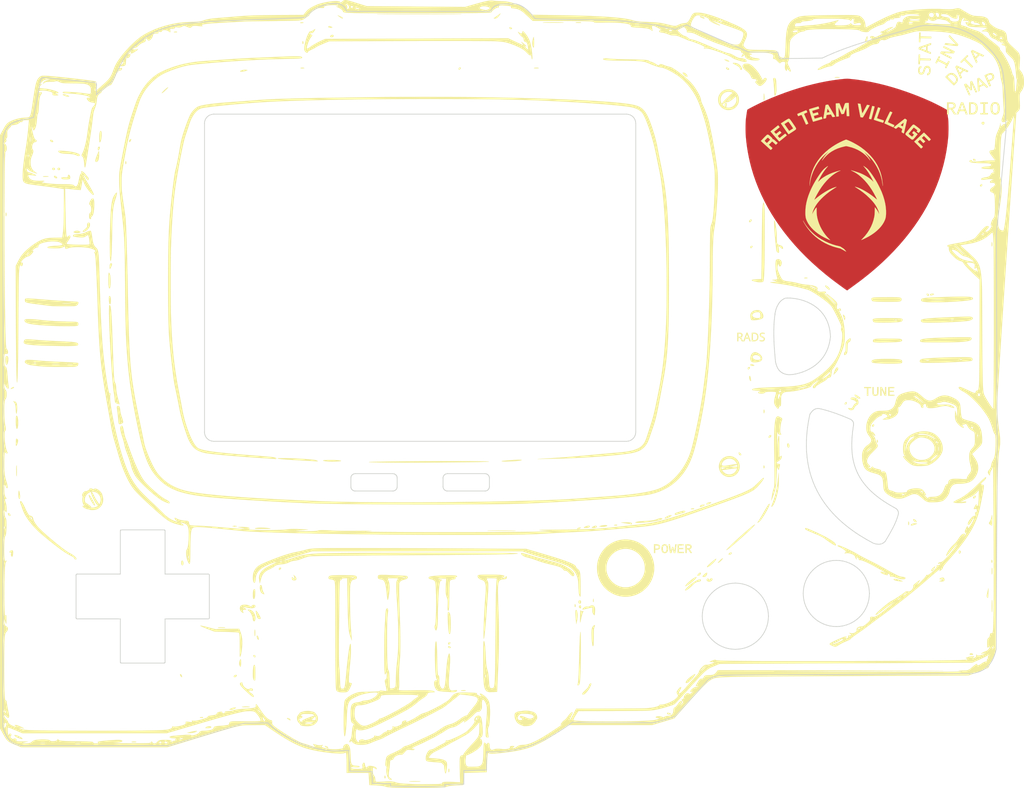
<source format=kicad_pcb>
(kicad_pcb (version 20211014) (generator pcbnew)
  (layers (0 "F.Cu" signal) (31 "B.Cu" signal) (34 "B.Paste" user) (35 "F.Paste" user) (36 "B.SilkS" user "B.Silkscreen") (37 "F.SilkS" user "F.Silkscreen") (38 "B.Mask" user) (39 "F.Mask" user) (44 "Edge.Cuts" user))
  (net 0 "")
  (footprint "LOGO" (layer "F.Cu") (at 0 0)
    (fp_text reference "G***" hide)
    (fp_text value "LOGO" hide)
  )
  (footprint "LOGO" (layer "F.Cu") (at 0 0)
    (fp_text reference "G***" hide)
    (fp_text value "LOGO" hide)
  )
  (footprint "LOGO" (layer "F.Cu") (at 0 0)
    (fp_text reference "G***" hide)
    (fp_text value "LOGO" hide)
    (fp_poly (pts (xy 72.555405 -61.990719) (xy 72.647955 -61.986774) (xy 72.743677 -61.979909) (xy 72.765708 -61.978039) (xy 73.703515 -61.878631) (xy 74.658996 -61.741868) (xy 75.630649 -61.568134) (xy 76.61697 -61.357813) (xy 77.616458 -61.11129) (xy 78.627608 -60.82895) (xy 79.648919 -60.511178) (xy 80.678888 -60.158357) (xy 81.716012 -59.770874) (xy 82.306583 -59.535952) (xy 82.778428 -59.341193) (xy 83.21815 -59.15323) (xy 83.634529 -58.96795) (xy 84.036346 -58.781237) (xy 84.43238 -58.588977) (xy 84.831413 -58.387056) (xy 85.242223 -58.171358) (xy 85.405626 -58.08364) (xy 85.534629 -58.013884) (xy 85.65081 -57.95084) (xy 85.749129 -57.897262) (xy 85.824547 -57.8559) (xy 85.872027 -57.829509) (xy 85.88666 -57.820895) (xy 85.892351 -57.797821) (xy 85.902738 -57.738634) (xy 85.916993 -57.649195) (xy 85.934287 -57.535362) (xy 85.953789 -57.402995) (xy 85.97467 -57.257952) (xy 85.996101 -57.106093) (xy 86.017253 -56.953277) (xy 86.037296 -56.805362) (xy 86.0554 -56.66821) (xy 86.070737 -56.547677) (xy 86.082477 -56.449624) (xy 86.088001 -56.398583) (xy 86.096643 -56.284523) (xy 86.103655 -56.135147) (xy 86.109036 -55.957441) (xy 86.112785 -55.75839) (xy 86.114902 -55.544982) (xy 86.115387 -55.324201) (xy 86.114238 -55.103033) (xy 86.111456 -54.888466) (xy 86.10704 -54.687483) (xy 86.100988 -54.507073) (xy 86.093301 -54.354219) (xy 86.088173 -54.281917) (xy 85.987011 -53.297864) (xy 85.84462 -52.323073) (xy 85.660973 -51.357449) (xy 85.43604 -50.400898) (xy 85.169792 -49.453325) (xy 84.8622 -48.514636) (xy 84.513236 -47.584738) (xy 84.122871 -46.663535) (xy 83.691075 -45.750933) (xy 83.21782 -44.846839) (xy 83.172101 -44.763913) (xy 82.662364 -43.884905) (xy 82.112018 -43.015384) (xy 81.521918 -42.156305) (xy 80.892917 -41.308619) (xy 80.225872 -40.473279) (xy 79.521637 -39.651239) (xy 78.781066 -38.843451) (xy 78.005014 -38.050868) (xy 77.194336 -37.274443) (xy 76.349888 -36.515129) (xy 75.472522 -35.773878) (xy 74.563095 -35.051644) (xy 74.236629 -34.802966) (xy 74.148989 -34.737329) (xy 74.039965 -34.656318) (xy 73.913531 -34.562834) (xy 73.77366 -34.459779) (xy 73.624326 -34.350053) (xy 73.469504 -34.236558) (xy 73.313167 -34.122195) (xy 73.15929 -34.009864) (xy 73.011846 -33.902468) (xy 72.87481 -33.802908) (xy 72.752155 -33.714083) (xy 72.647856 -33.638896) (xy 72.565885 -33.580248) (xy 72.510218 -33.541039) (xy 72.48525 -33.524401) (xy 72.463879 -33.533715) (xy 72.412363 -33.565433) (xy 72.334644 -33.616859) (xy 72.234665 -33.685293) (xy 72.116367 -33.768037) (xy 71.983692 -33.862393) (xy 71.840583 -33.965662) (xy 71.839667 -33.966328) (xy 71.5292 -34.192482) (xy 71.249003 -34.397814) (xy 70.99462 -34.585716) (xy 70.761596 -34.759581) (xy 70.545478 -34.922802) (xy 70.341811 -35.078772) (xy 70.146139 -35.230884) (xy 69.954009 -35.382529) (xy 69.760965 -35.537102) (xy 69.562554 -35.697995) (xy 69.514057 -35.737587) (xy 68.614305 -36.495406) (xy 67.754513 -37.265534) (xy 66.933881 -38.04884) (xy 66.151613 -38.846187) (xy 65.40691 -39.658444) (xy 64.698975 -40.486475) (xy 64.027009 -41.331146) (xy 63.390214 -42.193325) (xy 62.871619 -42.947167) (xy 62.337153 -43.784596) (xy 61.837224 -44.63773) (xy 61.372819 -45.504345) (xy 60.944925 -46.382213) (xy 60.554529 -47.269109) (xy 60.202618 -48.162807) (xy 59.890179 -49.061082) (xy 59.6182 -49.961706) (xy 59.417392 -50.7365) (xy 59.261417 -51.43649) (xy 59.125979 -52.144545) (xy 59.012659 -52.850726) (xy 58.923038 -53.545091) (xy 58.858697 -54.217701) (xy 58.854152 -54.27748) (xy 58.838226 -54.539483) (xy 58.827416 -54.821959) (xy 58.821622 -55.117048) (xy 58.820742 -55.416892) (xy 58.824674 -55.713631) (xy 58.833316 -55.999405) (xy 58.846566 -56.266356) (xy 58.864322 -56.506623) (xy 58.885594 -56.7055) (xy 58.909694 -56.887322) (xy 58.934632 -57.066436) (xy 58.959602 -57.237801) (xy 58.9838 -57.396376) (xy 59.006419 -57.537117) (xy 59.026655 -57.654985) (xy 59.043701 -57.744936) (xy 59.056752 -57.801928) (xy 59.063708 -57.820334) (xy 59.098253 -57.846414) (xy 59.167099 -57.888752) (xy 59.266346 -57.945361) (xy 59.392097 -58.014256) (xy 59.54045 -58.093449) (xy 59.707508 -58.180954) (xy 59.889371 -58.274785) (xy 60.08214 -58.372954) (xy 60.281915 -58.473476) (xy 60.484799 -58.574364) (xy 60.68689 -58.673631) (xy 60.884291 -58.76929) (xy 61.073103 -58.859355) (xy 61.249425 -58.94184) (xy 61.398579 -59.009917) (xy 62.310672 -59.405704) (xy 63.233248 -59.777927) (xy 64.162759 -60.125568) (xy 65.095656 -60.447611) (xy 66.028392 -60.743038) (xy 66.957417 -61.010834) (xy 67.879184 -61.24998) (xy 68.790144 -61.459461) (xy 69.686749 -61.63826) (xy 70.56545 -61.785359) (xy 71.4227 -61.899741) (xy 71.522167 -61.911021) (xy 71.750585 -61.936034) (xy 71.942657 -61.955998) (xy 72.104026 -61.971216) (xy 72.24034 -61.981993) (xy 72.357244 -61.988633) (xy 72.460384 -61.99144) (xy 72.555405 -61.990719)) (layer "F.Cu") (width 0.01) (fill solid))
  )
  (footprint "LOGO" (layer "F.Cu") (at 0 0)
    (fp_text reference "G***" hide)
    (fp_text value "LOGO" hide)
  )
  (footprint "LOGO" (layer "F.Cu") (at 0 0)
    (fp_text reference "G***" hide)
    (fp_text value "LOGO" hide)
  )
  (footprint "LOGO" (layer "F.Cu") (at 0 0)
    (fp_text reference "G***" hide)
    (fp_text value "LOGO" hide)
  )
  (footprint "LOGO" (layer "F.Cu") (at 0 0)
    (fp_text reference "G***" hide)
    (fp_text value "LOGO" hide)
  )
  (gr_line (start -25.1276 16.598) (end -19.3879 16.598) (layer "Edge.Cuts") (width 0.1))
  (gr_line (start -38.1072 -56.5454) (end -38.6963 -56.4324) (layer "Edge.Cuts") (width 0.1))
  (gr_line (start -36.01 -61.7109) (end -36.9398 -56.8009) (layer "Edge.Cuts") (width 0.1))
  (gr_line (start -37.225 -56.719) (end -37.516 -56.6529) (layer "Edge.Cuts") (width 0.1))
  (gr_line (start 59.568 6.381) (end 59.935 6.604) (layer "Edge.Cuts") (width 0.1))
  (gr_line (start -28.8736 -61.5222) (end -35.4872 -62.1479) (layer "Edge.Cuts") (width 0.1))
  (gr_line (start 79.161 -4.0967) (end 79.051 -4.1879) (layer "Edge.Cuts") (width 0.1))
  (gr_line (start 67.194 -10.3645) (end 67.328 -9.6691) (layer "Edge.Cuts") (width 0.1))
  (gr_line (start -13.3826 4.638) (end -13.4374 4.627) (layer "Edge.Cuts") (width 0.1))
  (gr_line (start 74.173 10.381) (end 73.846 10.676) (layer "Edge.Cuts") (width 0.1))
  (gr_line (start 31.684 -70.0232) (end 30.505 -70.0739) (layer "Edge.Cuts") (width 0.1))
  (gr_line (start 75.284 8.528) (end 75.138 8.937) (layer "Edge.Cuts") (width 0.1))
  (gr_line (start 56.574 5.93) (end 57.007 5.866) (layer "Edge.Cuts") (width 0.1))
  (gr_line (start -19.2474 16.458) (end -19.2474 10.648) (layer "Edge.Cuts") (width 0.1))
  (gr_line (start 67.874 -17.3679) (end 67.729 -17.2168) (layer "Edge.Cuts") (width 0.1))
  (gr_line (start -28.6683 -61.4851) (end -28.7608 -61.5128) (layer "Edge.Cuts") (width 0.1))
  (gr_line (start 73.218 -1.2247) (end 73.684 -0.9003) (layer "Edge.Cuts") (width 0.1))
  (gr_line (start 24.668 -71.2682) (end 24.566 -71.0511) (layer "Edge.Cuts") (width 0.1))
  (gr_line (start 11.711 -6.6461) (end 11.612 -6.592) (layer "Edge.Cuts") (width 0.1))
  (gr_line (start 92.42 15.178) (end 92.527 14.745) (layer "Edge.Cuts") (width 0.1))
  (gr_line (start 31.8 26.885) (end 32.457 26.54) (layer "Edge.Cuts") (width 0.1))
  (gr_line (start -31.133 4.638) (end -31.1776 4.668) (layer "Edge.Cuts") (width 0.1))
  (gr_line (start 44.645 -69.5204) (end 43.468 -69.6483) (layer "Edge.Cuts") (width 0.1))
  (gr_line (start 70.21 -27.7162) (end 70.237 -27.2915) (layer "Edge.Cuts") (width 0.1))
  (gr_line (start 54.626 6.852) (end 54.977 6.592) (layer "Edge.Cuts") (width 0.1))
  (gr_line (start 57.902 14.723) (end 57.447 14.746) (layer "Edge.Cuts") (width 0.1))
  (gr_line (start -26.2523 -61.8723) (end -26.477 -61.5148) (layer "Edge.Cuts") (width 0.1))
  (gr_line (start 6.325 -8.8785) (end 6.325 -8.8785) (layer "Edge.Cuts") (width 0.1))
  (gr_line (start 3.697 -72.1122) (end 3.278 -72.1065) (layer "Edge.Cuts") (width 0.1))
  (gr_line (start -31.1776 10.607) (end -31.133 10.637) (layer "Edge.Cuts") (width 0.1))
  (gr_line (start 24.27 -8.6199) (end 24.324 -8.5201) (layer "Edge.Cuts") (width 0.1))
  (gr_line (start 0.218 27.832) (end 0.768 27.989) (layer "Edge.Cuts") (width 0.1))
  (gr_line (start 5.108 -71.2118) (end 5.044 -71.3599) (layer "Edge.Cuts") (width 0.1))
  (gr_line (start 90.919 -66.7063) (end 90.534 -67.031) (layer "Edge.Cuts") (width 0.1))
  (gr_line (start 93.508 -62.388) (end 93.454 -62.7315) (layer "Edge.Cuts") (width 0.1))
  (gr_line (start 43.507 -57.0169) (end 43.691 -56.8654) (layer "Edge.Cuts") (width 0.1))
  (gr_line (start 46.422 24.62) (end 47.111 24.49) (layer "Edge.Cuts") (width 0.1))
  (gr_line (start 65.228 -32.4601) (end 65.68 -32.3932) (layer "Edge.Cuts") (width 0.1))
  (gr_line (start -40.0083 27.142) (end -39.8077 27.286) (layer "Edge.Cuts") (width 0.1))
  (gr_line (start 32.457 26.54) (end 33.1 26.173) (layer "Edge.Cuts") (width 0.1))
  (gr_line (start 74.173 4.086) (end 74.469 4.413) (layer "Edge.Cuts") (width 0.1))
  (gr_line (start -4.3065 25.599) (end -3.8459 25.913) (layer "Edge.Cuts") (width 0.1))
  (gr_line (start 69.731 11.492) (end 69.322 11.346) (layer "Edge.Cuts") (width 0.1))
  (gr_line (start -38.3054 27.707) (end -18.7066 27.706) (layer "Edge.Cuts") (width 0.1))
  (gr_line (start -40.0485 -55.8224) (end -40.2812 -55.5982) (layer "Edge.Cuts") (width 0.1))
  (gr_line (start 27.439 28.347) (end 28.225 28.19) (layer "Edge.Cuts") (width 0.1))
  (gr_line (start 61.548 8.562) (end 61.697 8.971) (layer "Edge.Cuts") (width 0.1))
  (gr_line (start 62.691 -25.7764) (end 62.644 -26.6368) (layer "Edge.Cuts") (width 0.1))
  (gr_line (start -13.3379 4.668) (end -13.3826 4.638) (layer "Edge.Cuts") (width 0.1))
  (gr_line (start 63.472 -32.0018) (end 63.615 -32.145) (layer "Edge.Cuts") (width 0.1))
  (gr_line (start -25.2271 16.557) (end -25.1824 16.587) (layer "Edge.Cuts") (width 0.1))
  (gr_line (start 54.004 7.474) (end 54.3 7.148) (layer "Edge.Cuts") (width 0.1))
  (gr_line (start 73.122 3.307) (end 73.495 3.531) (layer "Edge.Cuts") (width 0.1))
  (gr_line (start -2.8234 26.531) (end -1.7003 27.141) (layer "Edge.Cuts") (width 0.1))
  (gr_line (start 23.977 30.975) (end 23.99 28.537) (layer "Edge.Cuts") (width 0.1))
  (gr_line (start 89.033 -68.0495) (end 88.658 -68.241) (layer "Edge.Cuts") (width 0.1))
  (gr_line (start 53.082 9.423) (end 53.188 9) (layer "Edge.Cuts") (width 0.1))
  (gr_line (start 28.985 27.995) (end 29.721 27.763) (layer "Edge.Cuts") (width 0.1))
  (gr_line (start 11.97 -7.1334) (end 11.958 -7.0147) (layer "Edge.Cuts") (width 0.1))
  (gr_line (start 75.455 6.794) (end 75.476 7.234) (layer "Edge.Cuts") (width 0.1))
  (gr_line (start 64.652 -22.1845) (end 64.491 -22.1974) (layer "Edge.Cuts") (width 0.1))
  (gr_line (start 18.183 -8.5201) (end 18.237 -8.6199) (layer "Edge.Cuts") (width 0.1))
  (gr_line (start 63.162 -65.5639) (end 59.148 -65.6125) (layer "Edge.Cuts") (width 0.1))
  (gr_line (start 74.672 -7.6639) (end 74.441 -7.9875) (layer "Edge.Cuts") (width 0.1))
  (gr_line (start 56.082 18.223) (end 88.756 18.035) (layer "Edge.Cuts") (width 0.1))
  (gr_line (start -19.3879 -1.3236) (end -25.1276 -1.3236) (layer "Edge.Cuts") (width 0.1))
  (gr_line (start 5.996 -8.7784) (end 6.096 -8.8325) (layer "Edge.Cuts") (width 0.1))
  (gr_line (start 61.897 10.295) (end 61.897 10.295) (layer "Edge.Cuts") (width 0.1))
  (gr_line (start 73.279 -15.8657) (end 73.213 -15.969) (layer "Edge.Cuts") (width 0.1))
  (gr_line (start 68.037 -17.493) (end 67.874 -17.3679) (layer "Edge.Cuts") (width 0.1))
  (gr_line (start -38.9848 -56.3593) (end -39.2664 -56.2675) (layer "Edge.Cuts") (width 0.1))
  (gr_line (start 71.026 2.783) (end 71.466 2.805) (layer "Edge.Cuts") (width 0.1))
  (gr_line (start -20.1145 -68.5005) (end -20.6083 -68.2732) (layer "Edge.Cuts") (width 0.1))
  (gr_line (start 43.296 -13.3259) (end 43.062 -13.2537) (layer "Edge.Cuts") (width 0.1))
  (gr_line (start 35.56 24.55) (end 46.422 24.62) (layer "Edge.Cuts") (width 0.1))
  (gr_line (start 60.594 7.148) (end 60.881 7.464) (layer "Edge.Cuts") (width 0.1))
  (gr_line (start 75.39 8.106) (end 75.284 8.528) (layer "Edge.Cuts") (width 0.1))
  (gr_line (start 74.469 10.054) (end 74.173 10.381) (layer "Edge.Cuts") (width 0.1))
  (gr_line (start -19.3331 16.587) (end -19.2884 16.557) (layer "Edge.Cuts") (width 0.1))
  (gr_line (start -25.2572 16.513) (end -25.2271 16.557) (layer "Edge.Cuts") (width 0.1))
  (gr_line (start -40.692 -55.0014) (end -40.8658 -54.6173) (layer "Edge.Cuts") (width 0.1))
  (gr_line (start 69.422 -24.7966) (end 69.237 -24.5231) (layer "Edge.Cuts") (width 0.1))
  (gr_line (start 67.323 9.703) (end 67.099 9.329) (layer "Edge.Cuts") (width 0.1))
  (gr_line (start -39.3156 27.52) (end -39.0182 27.606) (layer "Edge.Cuts") (width 0.1))
  (gr_line (start 91.371 17.059) (end 91.59 16.824) (layer "Edge.Cuts") (width 0.1))
  (gr_line (start 0.456 -71.0367) (end 0.152 -70.7736) (layer "Edge.Cuts") (width 0.1))
  (gr_line (start 76.607 0.611) (end 76.834 0.612) (layer "Edge.Cuts") (width 0.1))
  (gr_line (start 43.062 -57.2034) (end 43.296 -57.1312) (layer "Edge.Cuts") (width 0.1))
  (gr_line (start 90.155 -67.3263) (end 89.78 -67.5935) (layer "Edge.Cuts") (width 0.1))
  (gr_line (start 28.225 28.19) (end 28.985 27.995) (layer "Edge.Cuts") (width 0.1))
  (gr_line (start 68.391 -31.2137) (end 68.618 -31.0227) (layer "Edge.Cuts") (width 0.1))
  (gr_line (start 60.278 6.86) (end 60.594 7.148) (layer "Edge.Cuts") (width 0.1))
  (gr_line (start 73.228 -11.0834) (end 73.176 -11.4489) (layer "Edge.Cuts") (width 0.1))
  (gr_line (start 53.756 12.783) (end 53.533 12.416) (layer "Edge.Cuts") (width 0.1))
  (gr_line (start -35.9638 -61.8894) (end -36.01 -61.7109) (layer "Edge.Cuts") (width 0.1))
  (gr_line (start 11.958 -8.4098) (end 11.97 -8.2911) (layer "Edge.Cuts") (width 0.1))
  (gr_line (start 89.406 -67.8342) (end 89.033 -68.0495) (layer "Edge.Cuts") (width 0.1))
  (gr_line (start 70.007 -26.0918) (end 69.887 -25.7366) (layer "Edge.Cuts") (width 0.1))
  (gr_line (start 53.018 9.855) (end 53.082 9.423) (layer "Edge.Cuts") (width 0.1))
  (gr_line (start -25.1824 16.587) (end -25.1276 16.598) (layer "Edge.Cuts") (width 0.1))
  (gr_line (start 4.657 -71.8187) (end 4.528 -71.9003) (layer "Edge.Cuts") (width 0.1))
  (gr_line (start 61.874 9.84) (end 61.897 10.295) (layer "Edge.Cuts") (width 0.1))
  (gr_line (start -25.2682 -1.183) (end -25.2682 4.627) (layer "Edge.Cuts") (width 0.1))
  (gr_line (start 56.992 14.723) (end 56.55 14.655) (layer "Edge.Cuts") (width 0.1))
  (gr_line (start 54.4 18.53) (end 54.704 18.424) (layer "Edge.Cuts") (width 0.1))
  (gr_line (start 91.792 16.56) (end 91.977 16.264) (layer "Edge.Cuts") (width 0.1))
  (gr_line (start 11.958 -7.0147) (end 11.924 -6.9043) (layer "Edge.Cuts") (width 0.1))
  (gr_line (start 57.902 5.867) (end 58.344 5.935) (layer "Edge.Cuts") (width 0.1))
  (gr_line (start 6.206 -8.8666) (end 6.325 -8.8785) (layer "Edge.Cuts") (width 0.1))
  (gr_line (start 73.322 -15.7532) (end 73.279 -15.8657) (layer "Edge.Cuts") (width 0.1))
  (gr_line (start 61.697 8.971) (end 61.807 9.398) (layer "Edge.Cuts") (width 0.1))
  (gr_line (start 71.853 -2.3) (end 72.301 -1.9241) (layer "Edge.Cuts") (width 0.1))
  (gr_line (start 53.52 8.199) (end 53.744 7.826) (layer "Edge.Cuts") (width 0.1))
  (gr_line (start 55.351 6.368) (end 55.743 6.183) (layer "Edge.Cuts") (width 0.1))
  (gr_line (start 58.344 14.655) (end 57.902 14.723) (layer "Edge.Cuts") (width 0.1))
  (gr_line (start 55.714 14.396) (end 55.325 14.208) (layer "Edge.Cuts") (width 0.1))
  (gr_line (start 73.846 10.676) (end 73.495 10.937) (layer "Edge.Cuts") (width 0.1))
  (gr_line (start -21.1069 -68.0127) (end -21.613 -67.7161) (layer "Edge.Cuts") (width 0.1))
  (gr_line (start 60.881 13.126) (end 60.594 13.442) (layer "Edge.Cuts") (width 0.1))
  (gr_line (start 70.621 -65.4356) (end 69.876 -65.1129) (layer "Edge.Cuts") (width 0.1))
  (gr_line (start 30.505 -70.0739) (end 30.166 -70.5058) (layer "Edge.Cuts") (width 0.1))
  (gr_line (start 64.093 -22.2902) (end 63.922 -22.3542) (layer "Edge.Cuts") (width 0.1))
  (gr_line (start 66.914 5.53) (end 67.099 5.138) (layer "Edge.Cuts") (width 0.1))
  (gr_line (start -28.4593 -59.8643) (end -28.489 -61.0478) (layer "Edge.Cuts") (width 0.1))
  (gr_line (start -19.2584 16.513) (end -19.2474 16.458) (layer "Edge.Cuts") (width 0.1))
  (gr_line (start 72.106 -66.0218) (end 71.364 -65.7377) (layer "Edge.Cuts") (width 0.1))
  (gr_line (start -25.1276 -1.3236) (end -25.1824 -1.3125) (layer "Edge.Cuts") (width 0.1))
  (gr_line (start 70.159 -28.1183) (end 70.21 -27.7162) (layer "Edge.Cuts") (width 0.1))
  (gr_line (start -31.0782 10.648) (end -25.2682 10.648) (layer "Edge.Cuts") (width 0.1))
  (gr_line (start 93.803 -56.3911) (end 93.799 -57.8664) (layer "Edge.Cuts") (width 0.1))
  (gr_line (start 87.9 -68.5579) (end 87.513 -68.6861) (layer "Edge.Cuts") (width 0.1))
  (gr_line (start -15.9949 -69.4633) (end -17.0926 -69.3257) (layer "Edge.Cuts") (width 0.1))
  (gr_line (start 4.528 -71.9003) (end 4.387 -71.9687) (layer "Edge.Cuts") (width 0.1))
  (gr_line (start 2.619 28.337) (end 3.016 28.37) (layer "Edge.Cuts") (width 0.1))
  (gr_line (start 44.029 -56.2371) (end 44.054 -55.9861) (layer "Edge.Cuts") (width 0.1))
  (gr_line (start -28.5951 -61.4411) (end -28.6683 -61.4851) (layer "Edge.Cuts") (width 0.1))
  (gr_line (start 67.093 -11.0848) (end 67.194 -10.3645) (layer "Edge.Cuts") (width 0.1))
  (gr_line (start 44.054 -14.4709) (end 44.029 -14.2199) (layer "Edge.Cuts") (width 0.1))
  (gr_line (start 75.094 -0.0225) (end 76.028 0.488) (layer "Edge.Cuts") (width 0.1))
  (gr_line (start 61.697 11.618) (end 61.548 12.027) (layer "Edge.Cuts") (width 0.1))
  (gr_line (start 48.568 24.063) (end 49.331 23.775) (layer "Edge.Cuts") (width 0.1))
  (gr_line (start 18.725 -8.8785) (end 23.783 -8.8785) (layer "Edge.Cuts") (width 0.1))
  (gr_line (start 64.454 -32.4956) (end 64.816 -32.4927) (layer "Edge.Cuts") (width 0.1))
  (gr_line (start 5.482 28.35) (end 5.607 31.142) (layer "Edge.Cuts") (width 0.1))
  (gr_line (start -40.5778 26.425) (end -40.4644 26.621) (layer "Edge.Cuts") (width 0.1))
  (gr_line (start 92.966 -64.192) (end 92.747 -64.5879) (layer "Edge.Cuts") (width 0.1))
  (gr_line (start -28.5033 -61.3125) (end -28.5404 -61.383) (layer "Edge.Cuts") (width 0.1))
  (gr_line (start -23.6008 -66.1545) (end -23.9692 -65.7692) (layer "Edge.Cuts") (width 0.1))
  (gr_line (start 68.205 10.676) (end 67.879 10.381) (layer "Edge.Cuts") (width 0.1))
  (gr_line (start 68.151 -23.4261) (end 67.912 -23.2565) (layer "Edge.Cuts") (width 0.1))
  (gr_line (start -25.2682 16.458) (end -25.2572 16.513) (layer "Edge.Cuts") (width 0.1))
  (gr_line (start 53.533 12.416) (end 53.346 12.027) (layer "Edge.Cuts") (width 0.1))
  (gr_line (start 73.347 -15.5024) (end 73.345 -15.632) (layer "Edge.Cuts") (width 0.1))
  (gr_line (start 18.396 -8.7784) (end 18.496 -8.8325) (layer "Edge.Cuts") (width 0.1))
  (gr_line (start 71.933 -16.615) (end 70.972 -16.9801) (layer "Edge.Cuts") (width 0.1))
  (gr_line (start -19.2474 10.648) (end -13.4374 10.648) (layer "Edge.Cuts") (width 0.1))
  (gr_line (start 69.322 3.122) (end 69.731 2.975) (layer "Edge.Cuts") (width 0.1))
  (gr_line (start 62.62 -27.4515) (end 62.62 -28.2226) (layer "Edge.Cuts") (width 0.1))
  (gr_line (start 73.219 -14.5421) (end 73.33 -15.3647) (layer "Edge.Cuts") (width 0.1))
  (gr_line (start -25.7048 -62.9206) (end -26.0532 -62.225) (layer "Edge.Cuts") (width 0.1))
  (gr_line (start 63.508 -22.6081) (end 63.399 -22.711) (layer "Edge.Cuts") (width 0.1))
  (gr_line (start 74.925 -7.344) (end 74.672 -7.6639) (layer "Edge.Cuts") (width 0.1))
  (gr_line (start 24.37 -8.2911) (end 24.37 -7.1334) (layer "Edge.Cuts") (width 0.1))
  (gr_line (start -13.5832 -13.5916) (end -13.7347 -13.7754) (layer "Edge.Cuts") (width 0.1))
  (gr_line (start 90.619 17.597) (end 90.884 17.444) (layer "Edge.Cuts") (width 0.1))
  (gr_line (start 68.93 11.16) (end 68.556 10.937) (layer "Edge.Cuts") (width 0.1))
  (gr_line (start -17.6174 -69.2382) (end -18.13 -69.1344) (layer "Edge.Cuts") (width 0.1))
  (gr_line (start 54.3 7.148) (end 54.626 6.852) (layer "Edge.Cuts") (width 0.1))
  (gr_line (start 69.594 -25.0896) (end 69.422 -24.7966) (layer "Edge.Cuts") (width 0.1))
  (gr_line (start 74.441 -7.9875) (end 74.232 -8.3151) (layer "Edge.Cuts") (width 0.1))
  (gr_line (start 69.989 -28.8572) (end 70.085 -28.4985) (layer "Edge.Cuts") (width 0.1))
  (gr_line (start 73.474 -10.0135) (end 73.376 -10.3658) (layer "Edge.Cuts") (width 0.1))
  (gr_line (start 69.039 -24.2684) (end 68.83 -24.032) (layer "Edge.Cuts") (width 0.1))
  (gr_line (start 67.061 -14.2255) (end 67.01 -13.4006) (layer "Edge.Cuts") (width 0.1))
  (gr_line (start 75.284 5.939) (end 75.39 6.361) (layer "Edge.Cuts") (width 0.1))
  (gr_line (start 88.281 -68.41) (end 87.9 -68.5579) (layer "Edge.Cuts") (width 0.1))
  (gr_line (start -41.0625 25.127) (end -40.9183 25.57) (layer "Edge.Cuts") (width 0.1))
  (gr_line (start 73.012 -16.1469) (end 72.875 -16.2206) (layer "Edge.Cuts") (width 0.1))
  (gr_line (start 69.127 -64.7673) (end 63.397 -64.6981) (layer "Edge.Cuts") (width 0.1))
  (gr_line (start 68.437 -17.635) (end 68.223 -17.5845) (layer "Edge.Cuts") (width 0.1))
  (gr_line (start -41.0157 -54.1683) (end -41.0157 -54.1683) (layer "Edge.Cuts") (width 0.1))
  (gr_line (start 37.577 -69.9236) (end 35.22 -69.9516) (layer "Edge.Cuts") (width 0.1))
  (gr_line (start -0.3888 -70.2221) (end -13.5282 -69.6675) (layer "Edge.Cuts") (width 0.1))
  (gr_line (start -24.804 -64.6656) (end -25.0149 -64.3106) (layer "Edge.Cuts") (width 0.1))
  (gr_line (start 65.68 -32.3932) (end 66.161 -32.2877) (layer "Edge.Cuts") (width 0.1))
  (gr_line (start 24.198 -6.7177) (end 24.111 -6.6461) (layer "Edge.Cuts") (width 0.1))
  (gr_line (start 27.371 -72.0433) (end 26.559 -72.0439) (layer "Edge.Cuts") (width 0.1))
  (gr_line (start 29.721 27.763) (end 30.434 27.499) (layer "Edge.Cuts") (width 0.1))
  (gr_line (start -40.9183 25.57) (end -40.7647 26.007) (layer "Edge.Cuts") (width 0.1))
  (gr_line (start 64.282 -22.2377) (end 64.093 -22.2902) (layer "Edge.Cuts") (width 0.1))
  (gr_line (start 3.278 -72.1065) (end 2.81 -72.0499) (layer "Edge.Cuts") (width 0.1))
  (gr_line (start 70.586 2.805) (end 71.026 2.783) (layer "Edge.Cuts") (width 0.1))
  (gr_line (start 8.636 32.775) (end 11.078 32.812) (layer "Edge.Cuts") (width 0.1))
  (gr_line (start 92.65 -10.1511) (end 92.56 -41.1505) (layer "Edge.Cuts") (width 0.1))
  (gr_line (start 43.842 -56.6817) (end 43.956 -56.4706) (layer "Edge.Cuts") (width 0.1))
  (gr_line (start 53.086 11.192) (end 53.019 10.75) (layer "Edge.Cuts") (width 0.1))
  (gr_line (start 43.296 -57.1312) (end 43.507 -57.0169) (layer "Edge.Cuts") (width 0.1))
  (gr_line (start 71.898 11.598) (end 71.466 11.663) (layer "Edge.Cuts") (width 0.1))
  (gr_line (start 24.933 -71.6452) (end 24.85 -71.5595) (layer "Edge.Cuts") (width 0.1))
  (gr_line (start 54.012 13.126) (end 53.756 12.783) (layer "Edge.Cuts") (width 0.1))
  (gr_line (start -12.7039 -57.2285) (end 42.811 -57.2285) (layer "Edge.Cuts") (width 0.1))
  (gr_line (start 5.783 -6.9043) (end 5.749 -7.0147) (layer "Edge.Cuts") (width 0.1))
  (gr_line (start 64.816 -32.4927) (end 65.228 -32.4601) (layer "Edge.Cuts") (width 0.1))
  (gr_line (start 28.606 -71.8213) (end 28.399 -71.915) (layer "Edge.Cuts") (width 0.1))
  (gr_line (start 30.434 27.499) (end 31.126 27.206) (layer "Edge.Cuts") (width 0.1))
  (gr_line (start 58.77 14.546) (end 58.344 14.655) (layer "Edge.Cuts") (width 0.1))
  (gr_line (start 69.887 -25.7366) (end 69.749 -25.4028) (layer "Edge.Cuts") (width 0.1))
  (gr_line (start 55.743 6.183) (end 56.152 6.037) (layer "Edge.Cuts") (width 0.1))
  (gr_line (start 72.875 -16.2206) (end 71.933 -16.615) (layer "Edge.Cuts") (width 0.1))
  (gr_line (start 62.929 -31.0113) (end 63.057 -31.3452) (layer "Edge.Cuts") (width 0.1))
  (gr_line (start 93.276 -63.4408) (end 93.141 -63.8102) (layer "Edge.Cuts") (width 0.1))
  (gr_line (start 5.909 -8.7068) (end 5.996 -8.7784) (layer "Edge.Cuts") (width 0.1))
  (gr_line (start 53.744 7.826) (end 54.004 7.474) (layer "Edge.Cuts") (width 0.1))
  (gr_line (start 87.513 -68.6861) (end 87.118 -68.796) (layer "Edge.Cuts") (width 0.1))
  (gr_line (start -35.8719 -62.0305) (end -35.9246 -61.9654) (layer "Edge.Cuts") (width 0.1))
  (gr_line (start 56.152 6.037) (end 56.574 5.93) (layer "Edge.Cuts") (width 0.1))
  (gr_line (start 67.729 -17.2168) (end 67.596 -17.0471) (layer "Edge.Cuts") (width 0.1))
  (gr_line (start -35.7184 -62.121) (end -35.8038 -62.0829) (layer "Edge.Cuts") (width 0.1))
  (gr_line (start 70.106 -26.4689) (end 70.007 -26.0918) (layer "Edge.Cuts") (width 0.1))
  (gr_line (start 61.807 11.192) (end 61.697 11.618) (layer "Edge.Cuts") (width 0.1))
  (gr_line (start 68.205 3.791) (end 68.556 3.531) (layer "Edge.Cuts") (width 0.1))
  (gr_line (start 63.235 -31.6838) (end 63.346 -31.847) (layer "Edge.Cuts") (width 0.1))
  (gr_line (start 5.749 -8.4098) (end 5.783 -8.5201) (layer "Edge.Cuts") (width 0.1))
  (gr_line (start 62.695 -29.642) (end 62.772 -30.2944) (layer "Edge.Cuts") (width 0.1))
  (gr_line (start 35.22 -69.9516) (end 32.862 -69.9891) (layer "Edge.Cuts") (width 0.1))
  (gr_line (start 4.966 -71.4946) (end 4.876 -71.6159) (layer "Edge.Cuts") (width 0.1))
  (gr_line (start 68.93 3.307) (end 69.322 3.122) (layer "Edge.Cuts") (width 0.1))
  (gr_line (start 68.384 -23.6115) (end 68.151 -23.4261) (layer "Edge.Cuts") (width 0.1))
  (gr_line (start -13.1884 -13.3259) (end -13.3995 -13.4401) (layer "Edge.Cuts") (width 0.1))
  (gr_line (start 43.956 -13.9864) (end 43.842 -13.7754) (layer "Edge.Cuts") (width 0.1))
  (gr_line (start -18.7066 27.706) (end -8.5063 24.668) (layer "Edge.Cuts") (width 0.1))
  (gr_line (start 53.626 19.046) (end 53.858 18.837) (layer "Edge.Cuts") (width 0.1))
  (gr_line (start 71.416 -2.6939) (end 71.853 -2.3) (layer "Edge.Cuts") (width 0.1))
  (gr_line (start 66.661 6.361) (end 66.767 5.939) (layer "Edge.Cuts") (width 0.1))
  (gr_line (start 75.39 6.361) (end 75.455 6.794) (layer "Edge.Cuts") (width 0.1))
  (gr_line (start 41.112 -69.8172) (end 39.934 -69.8676) (layer "Edge.Cuts") (width 0.1))
  (gr_line (start 43.062 -13.2537) (end 42.811 -13.2285) (layer "Edge.Cuts") (width 0.1))
  (gr_line (start -13.4374 4.627) (end -19.2474 4.627) (layer "Edge.Cuts") (width 0.1))
  (gr_line (start 63.955 -32.3839) (end 64.154 -32.4732) (layer "Edge.Cuts") (width 0.1))
  (gr_line (start 0.801 -71.2855) (end 0.456 -71.0367) (layer "Edge.Cuts") (width 0.1))
  (gr_line (start 89.095 18.013) (end 89.424 17.972) (layer "Edge.Cuts") (width 0.1))
  (gr_line (start 78.286 -4.6264) (end 77.807 -4.9148) (layer "Edge.Cuts") (width 0.1))
  (gr_line (start 90.047 17.829) (end 90.339 17.725) (layer "Edge.Cuts") (width 0.1))
  (gr_line (start -1.7003 27.141) (end -1.0117 27.411) (layer "Edge.Cuts") (width 0.1))
  (gr_line (start 72.32 2.975) (end 72.729 3.122) (layer "Edge.Cuts") (width 0.1))
  (gr_line (start 49.35 -68.6085) (end 48.175 -68.9059) (layer "Edge.Cuts") (width 0.1))
  (gr_line (start -13.9463 -14.4709) (end -13.9463 -55.9861) (layer "Edge.Cuts") (width 0.1))
  (gr_line (start -3.8459 25.913) (end -3.3498 26.223) (layer "Edge.Cuts") (width 0.1))
  (gr_line (start 18.309 -8.7068) (end 18.396 -8.7784) (layer "Edge.Cuts") (width 0.1))
  (gr_line (start 84.983 -69.1186) (end 83.923 -69.1742) (layer "Edge.Cuts") (width 0.1))
  (gr_line (start -39.0182 27.606) (end -38.6824 27.669) (layer "Edge.Cuts") (width 0.1))
  (gr_line (start -13.849 -13.9864) (end -13.9212 -14.2199) (layer "Edge.Cuts") (width 0.1))
  (gr_line (start 53.346 12.027) (end 53.196 11.618) (layer "Edge.Cuts") (width 0.1))
  (gr_line (start 67.879 10.381) (end 67.583 10.054) (layer "Edge.Cuts") (width 0.1))
  (gr_line (start 86.301 -68.9662) (end 85.876 -69.0293) (layer "Edge.Cuts") (width 0.1))
  (gr_line (start -28.483 -61.2319) (end -28.5033 -61.3125) (layer "Edge.Cuts") (width 0.1))
  (gr_line (start 77.587 0.254) (end 78.124 -0.6494) (layer "Edge.Cuts") (width 0.1))
  (gr_line (start 5.837 -6.8045) (end 5.783 -6.9043) (layer "Edge.Cuts") (width 0.1))
  (gr_line (start 33.1 26.173) (end 33.729 25.788) (layer "Edge.Cuts") (width 0.1))
  (gr_line (start 69.481 -17.4514) (end 68.968 -17.5833) (layer "Edge.Cuts") (width 0.1))
  (gr_line (start 18.396 -6.6461) (end 18.309 -6.7177) (layer "Edge.Cuts") (width 0.1))
  (gr_line (start -13.9212 -56.2371) (end -13.849 -56.4706) (layer "Edge.Cuts") (width 0.1))
  (gr_line (start 92.747 -64.5879) (end 92.477 -64.9999) (layer "Edge.Cuts") (width 0.1))
  (gr_line (start -0.1262 -70.5006) (end -0.3888 -70.2221) (layer "Edge.Cuts") (width 0.1))
  (gr_line (start -23.176 -66.5506) (end -23.6008 -66.1545) (layer "Edge.Cuts") (width 0.1))
  (gr_line (start -19.2584 -1.2378) (end -19.2884 -1.2825) (layer "Edge.Cuts") (width 0.1))
  (gr_line (start 93.783 -59.2579) (end 93.753 -59.8594) (layer "Edge.Cuts") (width 0.1))
  (gr_line (start -17.0926 -69.3257) (end -17.6174 -69.2382) (layer "Edge.Cuts") (width 0.1))
  (gr_line (start 74.729 9.703) (end 74.469 10.054) (layer "Edge.Cuts") (width 0.1))
  (gr_line (start 68.611 -23.8132) (end 68.384 -23.6115) (layer "Edge.Cuts") (width 0.1))
  (gr_line (start 5.044 -71.3599) (end 4.966 -71.4946) (layer "Edge.Cuts") (width 0.1))
  (gr_line (start 67.669 -31.6941) (end 67.915 -31.5489) (layer "Edge.Cuts") (width 0.1))
  (gr_line (start -13.4374 10.648) (end -13.3826 10.637) (layer "Edge.Cuts") (width 0.1))
  (gr_line (start -36.9398 -56.8009) (end -37.225 -56.719) (layer "Edge.Cuts") (width 0.1))
  (gr_line (start 18.183 -6.9043) (end 18.149 -7.0147) (layer "Edge.Cuts") (width 0.1))
  (gr_line (start 78.622 -1.555) (end 78.846 -2.0096) (layer "Edge.Cuts") (width 0.1))
  (gr_line (start 11.09 33.174) (end 18.401 33.232) (layer "Edge.Cuts") (width 0.1))
  (gr_line (start 53.019 10.75) (end 52.996 10.295) (layer "Edge.Cuts") (width 0.1))
  (gr_line (start 73.213 -15.969) (end 73.124 -16.0629) (layer "Edge.Cuts") (width 0.1))
  (gr_line (start 11.383 -8.8785) (end 11.501 -8.8666) (layer "Edge.Cuts") (width 0.1))
  (gr_line (start 69.043 -30.5909) (end 69.238 -30.349) (layer "Edge.Cuts") (width 0.1))
  (gr_line (start 67.583 4.413) (end 67.879 4.086) (layer "Edge.Cuts") (width 0.1))
  (gr_line (start 92.477 -64.9999) (end 92.152 -65.4299) (layer "Edge.Cuts") (width 0.1))
  (gr_line (start 5.737 -8.2911) (end 5.749 -8.4098) (layer "Edge.Cuts") (width 0.1))
  (gr_line (start 43.507 -13.4401) (end 43.296 -13.3259) (layer "Edge.Cuts") (width 0.1))
  (gr_line (start 69.792 -4.4595) (end 70.176 -3.9887) (layer "Edge.Cuts") (width 0.1))
  (gr_line (start 73.846 3.791) (end 74.173 4.086) (layer "Edge.Cuts") (width 0.1))
  (gr_line (start 91.309 -66.3509) (end 90.919 -66.7063) (layer "Edge.Cuts") (width 0.1))
  (gr_line (start 5.737 -7.1334) (end 5.737 -8.2911) (layer "Edge.Cuts") (width 0.1))
  (gr_line (start -40.4644 26.621) (end -40.3337 26.808) (layer "Edge.Cuts") (width 0.1))
  (gr_line (start 6.325 -8.8785) (end 11.383 -8.8785) (layer "Edge.Cuts") (width 0.1))
  (gr_line (start 67.583 10.054) (end 67.323 9.703) (layer "Edge.Cuts") (width 0.1))
  (gr_line (start -23.9692 -65.7692) (end -24.288 -65.3935) (layer "Edge.Cuts") (width 0.1))
  (gr_line (start 33.729 25.788) (end 34.348 25.387) (layer "Edge.Cuts") (width 0.1))
  (gr_line (start 69.874 -29.1951) (end 69.989 -28.8572) (layer "Edge.Cuts") (width 0.1))
  (gr_line (start 18.237 -6.8045) (end 18.183 -6.9043) (layer "Edge.Cuts") (width 0.1))
  (gr_line (start 2.2 28.286) (end 2.619 28.337) (layer "Edge.Cuts") (width 0.1))
  (gr_line (start -19.2884 -1.2825) (end -19.3331 -1.3125) (layer "Edge.Cuts") (width 0.1))
  (gr_line (start -40.2812 -55.5982) (end -40.4964 -55.3264) (layer "Edge.Cuts") (width 0.1))
  (gr_line (start 68.754 -5.996) (end 69.08 -5.4627) (layer "Edge.Cuts") (width 0.1))
  (gr_line (start 57.007 5.866) (end 57.447 5.844) (layer "Edge.Cuts") (width 0.1))
  (gr_line (start 75.819 -6.4067) (end 75.498 -6.7155) (layer "Edge.Cuts") (width 0.1))
  (gr_line (start 11.87 -6.8045) (end 11.798 -6.7177) (layer "Edge.Cuts") (width 0.1))
  (gr_line (start 47.111 24.49) (end 47.827 24.303) (layer "Edge.Cuts") (width 0.1))
  (gr_line (start 59.179 14.396) (end 58.77 14.546) (layer "Edge.Cuts") (width 0.1))
  (gr_line (start 62.851 -23.9106) (end 62.76 -24.8683) (layer "Edge.Cuts") (width 0.1))
  (gr_line (start 18.725 -6.546) (end 18.606 -6.5579) (layer "Edge.Cuts") (width 0.1))
  (gr_line (start 5.607 31.142) (end 8.585 31.189) (layer "Edge.Cuts") (width 0.1))
  (gr_line (start 79.051 -4.1879) (end 78.793 -4.3411) (layer "Edge.Cuts") (width 0.1))
  (gr_line (start 18.496 -8.8325) (end 18.606 -8.8666) (layer "Edge.Cuts") (width 0.1))
  (gr_line (start 42.29 -69.7457) (end 41.112 -69.8172) (layer "Edge.Cuts") (width 0.1))
  (gr_line (start 73.376 -10.3658) (end 73.294 -10.7224) (layer "Edge.Cuts") (width 0.1))
  (gr_line (start 27.778 -72.0659) (end 27.574 -72.0679) (layer "Edge.Cuts") (width 0.1))
  (gr_line (start 61.897 10.295) (end 61.897 10.295) (layer "Edge.Cuts") (width 0.1))
  (gr_line (start 67.099 9.329) (end 66.914 8.937) (layer "Edge.Cuts") (width 0.1))
  (gr_line (start 67.471 -16.8662) (end 67.471 -16.8662) (layer "Edge.Cuts") (width 0.1))
  (gr_line (start 72.729 3.122) (end 73.122 3.307) (layer "Edge.Cuts") (width 0.1))
  (gr_line (start 68.836 -30.8153) (end 69.043 -30.5909) (layer "Edge.Cuts") (width 0.1))
  (gr_line (start 5.749 -7.0147) (end 5.737 -7.1334) (layer "Edge.Cuts") (width 0.1))
  (gr_line (start 73.495 3.531) (end 73.846 3.791) (layer "Edge.Cuts") (width 0.1))
  (gr_line (start 87.118 -68.796) (end 86.715 -68.8889) (layer "Edge.Cuts") (width 0.1))
  (gr_line (start 53.188 9) (end 53.335 8.592) (layer "Edge.Cuts") (width 0.1))
  (gr_line (start 92.144 15.936) (end 92.292 15.574) (layer "Edge.Cuts") (width 0.1))
  (gr_line (start 29.801 -70.9084) (end 29.416 -71.2697) (layer "Edge.Cuts") (width 0.1))
  (gr_line (start 60.594 13.442) (end 60.278 13.729) (layer "Edge.Cuts") (width 0.1))
  (gr_line (start 75.138 8.937) (end 74.952 9.329) (layer "Edge.Cuts") (width 0.1))
  (gr_line (start 70.575 -3.5378) (end 70.989 -3.1063) (layer "Edge.Cuts") (width 0.1))
  (gr_line (start 11.501 -6.5579) (end 11.383 -6.546) (layer "Edge.Cuts") (width 0.1))
  (gr_line (start 68.556 10.937) (end 68.205 10.676) (layer "Edge.Cuts") (width 0.1))
  (gr_line (start 85.876 -69.0293) (end 84.983 -69.1186) (layer "Edge.Cuts") (width 0.1))
  (gr_line (start 60.278 13.729) (end 59.935 13.986) (layer "Edge.Cuts") (width 0.1))
  (gr_line (start 92.527 14.745) (end 92.65 -10.1511) (layer "Edge.Cuts") (width 0.1))
  (gr_line (start 83.923 -69.1742) (end 83.473 -69.1777) (layer "Edge.Cuts") (width 0.1))
  (gr_line (start 1.196 -71.5156) (end 0.801 -71.2855) (layer "Edge.Cuts") (width 0.1))
  (gr_line (start 62.76 -24.8683) (end 62.691 -25.7764) (layer "Edge.Cuts") (width 0.1))
  (gr_line (start -13.3826 10.637) (end -13.3379 10.607) (layer "Edge.Cuts") (width 0.1))
  (gr_line (start 59.179 6.194) (end 59.568 6.381) (layer "Edge.Cuts") (width 0.1))
  (gr_line (start 69.322 11.346) (end 68.93 11.16) (layer "Edge.Cuts") (width 0.1))
  (gr_line (start 18.149 -8.4098) (end 18.183 -8.5201) (layer "Edge.Cuts") (width 0.1))
  (gr_line (start 93.753 -59.8594) (end 93.699 -60.3647) (layer "Edge.Cuts") (width 0.1))
  (gr_line (start 70.989 -3.1063) (end 71.416 -2.6939) (layer "Edge.Cuts") (width 0.1))
  (gr_line (start -38.6963 -56.4324) (end -38.9848 -56.3593) (layer "Edge.Cuts") (width 0.1))
  (gr_line (start 63.02 -23.3309) (end 62.926 -23.6147) (layer "Edge.Cuts") (width 0.1))
  (gr_line (start -35.8038 -62.0829) (end -35.8719 -62.0305) (layer "Edge.Cuts") (width 0.1))
  (gr_line (start 73.495 10.937) (end 73.122 11.16) (layer "Edge.Cuts") (width 0.1))
  (gr_line (start 54.117 18.667) (end 54.4 18.53) (layer "Edge.Cuts") (width 0.1))
  (gr_line (start 77.337 0.446) (end 77.587 0.254) (layer "Edge.Cuts") (width 0.1))
  (gr_line (start -19.3879 16.598) (end -19.3331 16.587) (layer "Edge.Cuts") (width 0.1))
  (gr_line (start -3.3498 26.223) (end -2.8234 26.531) (layer "Edge.Cuts") (width 0.1))
  (gr_line (start 55.72 18.248) (end 56.082 18.223) (layer "Edge.Cuts") (width 0.1))
  (gr_line (start 23.783 -6.546) (end 18.725 -6.546) (layer "Edge.Cuts") (width 0.1))
  (gr_line (start -40.4964 -55.3264) (end -40.692 -55.0014) (layer "Edge.Cuts") (width 0.1))
  (gr_line (start 66.66 -32.139) (end 67.167 -31.9426) (layer "Edge.Cuts") (width 0.1))
  (gr_line (start 45.822 -69.3571) (end 44.645 -69.5204) (layer "Edge.Cuts") (width 0.1))
  (gr_line (start 18.496 -6.592) (end 18.396 -6.6461) (layer "Edge.Cuts") (width 0.1))
  (gr_line (start 77.027 0.581) (end 77.193 0.524) (layer "Edge.Cuts") (width 0.1))
  (gr_line (start 39.934 -69.8676) (end 37.577 -69.9236) (layer "Edge.Cuts") (width 0.1))
  (gr_line (start -28.7608 -61.5128) (end -28.8736 -61.5222) (layer "Edge.Cuts") (width 0.1))
  (gr_line (start 73.176 -11.4489) (end 73.115 -12.1936) (layer "Edge.Cuts") (width 0.1))
  (gr_line (start -39.8003 -56.0049) (end -40.0485 -55.8224) (layer "Edge.Cuts") (width 0.1))
  (gr_line (start 67.495 -8.9983) (end 67.692 -8.3515) (layer "Edge.Cuts") (width 0.1))
  (gr_line (start 24.111 -8.7784) (end 24.198 -8.7068) (layer "Edge.Cuts") (width 0.1))
  (gr_line (start 81.69 -68.9205) (end 79.936 -68.4126) (layer "Edge.Cuts") (width 0.1))
  (gr_line (start 66.161 -32.2877) (end 66.66 -32.139) (layer "Edge.Cuts") (width 0.1))
  (gr_line (start 20.926 32.885) (end 20.936 31.057) (layer "Edge.Cuts") (width 0.1))
  (gr_line (start -38.6824 27.669) (end -38.3054 27.707) (layer "Edge.Cuts") (width 0.1))
  (gr_line (start 11.383 -6.546) (end 6.325 -6.546) (layer "Edge.Cuts") (width 0.1))
  (gr_line (start -13.5282 -69.6675) (end -14.8143 -69.5696) (layer "Edge.Cuts") (width 0.1))
  (gr_line (start 66.767 8.528) (end 66.661 8.106) (layer "Edge.Cuts") (width 0.1))
  (gr_line (start 75.112 -67.0272) (end 73.598 -66.5458) (layer "Edge.Cuts") (width 0.1))
  (gr_line (start 61.897 10.295) (end 61.874 10.75) (layer "Edge.Cuts") (width 0.1))
  (gr_line (start 63.143 -23.0647) (end 63.02 -23.3309) (layer "Edge.Cuts") (width 0.1))
  (gr_line (start 75.455 7.673) (end 75.39 8.106) (layer "Edge.Cuts") (width 0.1))
  (gr_line (start 24.902 28.561) (end 25.779 28.536) (layer "Edge.Cuts") (width 0.1))
  (gr_line (start 75.476 7.234) (end 75.476 7.234) (layer "Edge.Cuts") (width 0.1))
  (gr_line (start -13.849 -56.4706) (end -13.7347 -56.6817) (layer "Edge.Cuts") (width 0.1))
  (gr_line (start 55.028 18.344) (end 55.367 18.287) (layer "Edge.Cuts") (width 0.1))
  (gr_line (start 18.606 -8.8666) (end 18.725 -8.8785) (layer "Edge.Cuts") (width 0.1))
  (gr_line (start 53.335 8.592) (end 53.52 8.199) (layer "Edge.Cuts") (width 0.1))
  (gr_line (start 69.588 -29.8104) (end 69.739 -29.5126) (layer "Edge.Cuts") (width 0.1))
  (gr_line (start 71.364 -65.7377) (end 70.621 -65.4356) (layer "Edge.Cuts") (width 0.1))
  (gr_line (start 93.141 -63.8102) (end 92.966 -64.192) (layer "Edge.Cuts") (width 0.1))
  (gr_line (start 82.343 -69.0816) (end 82.012 -69.0113) (layer "Edge.Cuts") (width 0.1))
  (gr_line (start 24.012 -6.592) (end 23.901 -6.5579) (layer "Edge.Cuts") (width 0.1))
  (gr_line (start 67.692 -8.3515) (end 67.918 -7.7284) (layer "Edge.Cuts") (width 0.1))
  (gr_line (start 54.3 13.442) (end 54.012 13.126) (layer "Edge.Cuts") (width 0.1))
  (gr_line (start 68.83 -24.032) (end 68.611 -23.8132) (layer "Edge.Cuts") (width 0.1))
  (gr_line (start -25.3769 -63.6123) (end -25.7048 -62.9206) (layer "Edge.Cuts") (width 0.1))
  (gr_line (start 79.378 -3.5699) (end 79.364 -3.7314) (layer "Edge.Cuts") (width 0.1))
  (gr_line (start 75.498 -6.7155) (end 75.2 -7.0279) (layer "Edge.Cuts") (width 0.1))
  (gr_line (start 43.468 -69.6483) (end 42.29 -69.7457) (layer "Edge.Cuts") (width 0.1))
  (gr_line (start -31.2187 10.507) (end -31.2077 10.562) (layer "Edge.Cuts") (width 0.1))
  (gr_line (start 82.691 -69.1322) (end 82.343 -69.0816) (layer "Edge.Cuts") (width 0.1))
  (gr_line (start 93.454 -62.7315) (end 93.379 -63.0818) (layer "Edge.Cuts") (width 0.1))
  (gr_line (start -24.288 -65.3935) (end -24.5639 -65.0261) (layer "Edge.Cuts") (width 0.1))
  (gr_line (start 67.153 -15.0778) (end 67.061 -14.2255) (layer "Edge.Cuts") (width 0.1))
  (gr_line (start -35.4872 -62.1479) (end -35.6135 -62.1432) (layer "Edge.Cuts") (width 0.1))
  (gr_line (start 92.152 -65.4299) (end 91.764 -65.8795) (layer "Edge.Cuts") (width 0.1))
  (gr_line (start 32.862 -69.9891) (end 31.684 -70.0232) (layer "Edge.Cuts") (width 0.1))
  (gr_line (start -40.1827 26.982) (end -40.0083 27.142) (layer "Edge.Cuts") (width 0.1))
  (gr_line (start 68.171 -7.1284) (end 68.451 -6.5511) (layer "Edge.Cuts") (width 0.1))
  (gr_line (start 92.292 15.574) (end 92.42 15.178) (layer "Edge.Cuts") (width 0.1))
  (gr_line (start 69.426 -4.9506) (end 69.792 -4.4595) (layer "Edge.Cuts") (width 0.1))
  (gr_line (start 31.126 27.206) (end 31.8 26.885) (layer "Edge.Cuts") (width 0.1))
  (gr_line (start 3.016 28.37) (end 3.393 28.388) (layer "Edge.Cuts") (width 0.1))
  (gr_line (start 61.36 8.173) (end 61.548 8.562) (layer "Edge.Cuts") (width 0.1))
  (gr_line (start 26.559 -72.0439) (end 25.94 -71.9998) (layer "Edge.Cuts") (width 0.1))
  (gr_line (start 29.416 -71.2697) (end 29.016 -71.578) (layer "Edge.Cuts") (width 0.1))
  (gr_line (start 79.252 -3.992) (end 79.161 -4.0967) (layer "Edge.Cuts") (width 0.1))
  (gr_line (start 76.028 0.488) (end 76.341 0.572) (layer "Edge.Cuts") (width 0.1))
  (gr_line (start -25.2682 4.627) (end -31.0782 4.627) (layer "Edge.Cuts") (width 0.1))
  (gr_line (start 62.772 -30.2944) (end 62.772 -30.2944) (layer "Edge.Cuts") (width 0.1))
  (gr_line (start 77.193 0.524) (end 77.337 0.446) (layer "Edge.Cuts") (width 0.1))
  (gr_line (start 72.32 11.492) (end 71.898 11.598) (layer "Edge.Cuts") (width 0.1))
  (gr_line (start 78.793 -4.3411) (end 78.286 -4.6264) (layer "Edge.Cuts") (width 0.1))
  (gr_line (start 54.704 18.424) (end 55.028 18.344) (layer "Edge.Cuts") (width 0.1))
  (gr_line (start 71.898 2.869) (end 72.32 2.975) (layer "Edge.Cuts") (width 0.1))
  (gr_line (start -41.0157 -54.1683) (end -41.0157 -54.1683) (layer "Edge.Cuts") (width 0.1))
  (gr_line (start 24.358 -7.0147) (end 24.324 -6.9043) (layer "Edge.Cuts") (width 0.1))
  (gr_line (start 24.27 -6.8045) (end 24.198 -6.7177) (layer "Edge.Cuts") (width 0.1))
  (gr_line (start -40.7647 26.007) (end -40.5778 26.425) (layer "Edge.Cuts") (width 0.1))
  (gr_line (start 28.399 -71.915) (end 28.192 -71.9879) (layer "Edge.Cuts") (width 0.1))
  (gr_line (start -13.9463 -55.9861) (end -13.9212 -56.2371) (layer "Edge.Cuts") (width 0.1))
  (gr_line (start 93.574 -61.7137) (end 93.508 -62.388) (layer "Edge.Cuts") (width 0.1))
  (gr_line (start 86.715 -68.8889) (end 86.301 -68.9662) (layer "Edge.Cuts") (width 0.1))
  (gr_line (start 74.952 9.329) (end 74.729 9.703) (layer "Edge.Cuts") (width 0.1))
  (gr_line (start -19.6226 -68.6975) (end -20.1145 -68.5005) (layer "Edge.Cuts") (width 0.1))
  (gr_line (start -21.613 -67.7161) (end -22.1295 -67.3808) (layer "Edge.Cuts") (width 0.1))
  (gr_line (start -18.13 -69.1344) (end -18.6332 -69.0116) (layer "Edge.Cuts") (width 0.1))
  (gr_line (start -37.516 -56.6529) (end -38.1072 -56.5454) (layer "Edge.Cuts") (width 0.1))
  (gr_line (start 73.684 -0.9003) (end 74.153 -0.5921) (layer "Edge.Cuts") (width 0.1))
  (gr_line (start 66.575 7.234) (end 66.597 6.794) (layer "Edge.Cuts") (width 0.1))
  (gr_line (start 18.725 -8.8785) (end 18.725 -8.8785) (layer "Edge.Cuts") (width 0.1))
  (gr_line (start 2.188 -71.9022) (end 1.655 -71.7227) (layer "Edge.Cuts") (width 0.1))
  (gr_line (start 75.476 7.234) (end 75.455 7.673) (layer "Edge.Cuts") (width 0.1))
  (gr_line (start 50.887 -69.224) (end 49.35 -68.6085) (layer "Edge.Cuts") (width 0.1))
  (gr_line (start 67.01 -13.4006) (end 66.999 -12.6024) (layer "Edge.Cuts") (width 0.1))
  (gr_line (start 67.879 4.086) (end 68.205 3.791) (layer "Edge.Cuts") (width 0.1))
  (gr_line (start 24.78 -71.4677) (end 24.668 -71.2682) (layer "Edge.Cuts") (width 0.1))
  (gr_line (start 75.476 7.234) (end 75.476 7.234) (layer "Edge.Cuts") (width 0.1))
  (gr_line (start 71.466 11.663) (end 71.026 11.684) (layer "Edge.Cuts") (width 0.1))
  (gr_line (start 76.165 -6.1015) (end 75.819 -6.4067) (layer "Edge.Cuts") (width 0.1))
  (gr_line (start -39.2664 -56.2675) (end -39.5389 -56.1513) (layer "Edge.Cuts") (width 0.1))
  (gr_line (start 93.622 -61.0443) (end 93.574 -61.7137) (layer "Edge.Cuts") (width 0.1))
  (gr_line (start 73.115 -12.1936) (end 73.106 -12.957) (layer "Edge.Cuts") (width 0.1))
  (gr_line (start 54.958 13.986) (end 54.616 13.729) (layer "Edge.Cuts") (width 0.1))
  (gr_line (start 71.026 11.684) (end 70.586 11.663) (layer "Edge.Cuts") (width 0.1))
  (gr_line (start 18.137 -8.2911) (end 18.149 -8.4098) (layer "Edge.Cuts") (width 0.1))
  (gr_line (start 93.852 -55.0327) (end 93.818 -55.6847) (layer "Edge.Cuts") (width 0.1))
  (gr_line (start 25.94 -71.9998) (end 25.693 -71.9625) (layer "Edge.Cuts") (width 0.1))
  (gr_line (start 26.624 28.464) (end 27.439 28.347) (layer "Edge.Cuts") (width 0.1))
  (gr_line (start 67.912 -23.2565) (end 67.426 -22.9621) (layer "Edge.Cuts") (width 0.1))
  (gr_line (start 74.153 -0.5921) (end 75.094 -0.0225) (layer "Edge.Cuts") (width 0.1))
  (gr_line (start 42.811 -13.2285) (end -12.7039 -13.2285) (layer "Edge.Cuts") (width 0.1))
  (gr_line (start 62.772 -30.2944) (end 62.795 -30.4604) (layer "Edge.Cuts") (width 0.1))
  (gr_line (start 61.548 12.027) (end 61.36 12.416) (layer "Edge.Cuts") (width 0.1))
  (gr_line (start 91.59 16.824) (end 91.792 16.56) (layer "Edge.Cuts") (width 0.1))
  (gr_line (start 61.137 7.806) (end 61.36 8.173) (layer "Edge.Cuts") (width 0.1))
  (gr_line (start -26.0532 -62.225) (end -26.2523 -61.8723) (layer "Edge.Cuts") (width 0.1))
  (gr_line (start -22.1295 -67.3808) (end -22.6878 -66.959) (layer "Edge.Cuts") (width 0.1))
  (gr_line (start 90.884 17.444) (end 91.135 17.265) (layer "Edge.Cuts") (width 0.1))
  (gr_line (start 67.099 5.138) (end 67.323 4.764) (layer "Edge.Cuts") (width 0.1))
  (gr_line (start -25.2572 -1.2378) (end -25.2682 -1.183) (layer "Edge.Cuts") (width 0.1))
  (gr_line (start -5.1008 24.96) (end -4.7265 25.282) (layer "Edge.Cuts") (width 0.1))
  (gr_line (start 69.876 -65.1129) (end 69.127 -64.7673) (layer "Edge.Cuts") (width 0.1))
  (gr_line (start -25.1276 -1.3236) (end -25.1276 -1.3236) (layer "Edge.Cuts") (width 0.1))
  (gr_line (start 18.606 -6.5579) (end 18.496 -6.592) (layer "Edge.Cuts") (width 0.1))
  (gr_line (start 3.393 28.388) (end 4.107 28.389) (layer "Edge.Cuts") (width 0.1))
  (gr_line (start 70.586 11.663) (end 70.153 11.598) (layer "Edge.Cuts") (width 0.1))
  (gr_line (start 18.137 -7.1334) (end 18.137 -8.2911) (layer "Edge.Cuts") (width 0.1))
  (gr_line (start 76.834 0.612) (end 77.027 0.581) (layer "Edge.Cuts") (width 0.1))
  (gr_line (start 24.358 -8.4098) (end 24.37 -8.2911) (layer "Edge.Cuts") (width 0.1))
  (gr_line (start 25.482 -71.9157) (end 25.305 -71.86) (layer "Edge.Cuts") (width 0.1))
  (gr_line (start 67.918 -7.7284) (end 68.171 -7.1284) (layer "Edge.Cuts") (width 0.1))
  (gr_line (start 68.618 -31.0227) (end 68.836 -30.8153) (layer "Edge.Cuts") (width 0.1))
  (gr_line (start 62.772 -30.2944) (end 62.772 -30.2944) (layer "Edge.Cuts") (width 0.1))
  (gr_line (start 66.597 6.794) (end 66.661 6.361) (layer "Edge.Cuts") (width 0.1))
  (gr_line (start 63.615 -32.145) (end 63.776 -32.2734) (layer "Edge.Cuts") (width 0.1))
  (gr_line (start -39.5389 -56.1513) (end -39.8003 -56.0049) (layer "Edge.Cuts") (width 0.1))
  (gr_line (start 25.157 -71.796) (end 25.034 -71.7242) (layer "Edge.Cuts") (width 0.1))
  (gr_line (start -13.7347 -13.7754) (end -13.849 -13.9864) (layer "Edge.Cuts") (width 0.1))
  (gr_line (start 18.366 32.941) (end 20.926 32.885) (layer "Edge.Cuts") (width 0.1))
  (gr_line (start 73.106 -12.957) (end 73.142 -13.7396) (layer "Edge.Cuts") (width 0.1))
  (gr_line (start 68.451 -6.5511) (end 68.754 -5.996) (layer "Edge.Cuts") (width 0.1))
  (gr_line (start 62.926 -23.6147) (end 62.851 -23.9106) (layer "Edge.Cuts") (width 0.1))
  (gr_line (start 73.721 -9.3218) (end 73.589 -9.6655) (layer "Edge.Cuts") (width 0.1))
  (gr_line (start 25.693 -71.9625) (end 25.482 -71.9157) (layer "Edge.Cuts") (width 0.1))
  (gr_line (start 30.166 -70.5058) (end 29.801 -70.9084) (layer "Edge.Cuts") (width 0.1))
  (gr_line (start 11.87 -8.6199) (end 11.924 -8.5201) (layer "Edge.Cuts") (width 0.1))
  (gr_line (start 49.331 23.775) (end 53.626 19.046) (layer "Edge.Cuts") (width 0.1))
  (gr_line (start 69.739 -29.5126) (end 69.874 -29.1951) (layer "Edge.Cuts") (width 0.1))
  (gr_line (start -28.5404 -61.383) (end -28.5951 -61.4411) (layer "Edge.Cuts") (width 0.1))
  (gr_line (start -13.2968 10.507) (end -13.2968 4.768) (layer "Edge.Cuts") (width 0.1))
  (gr_line (start 76.933 -5.5014) (end 76.537 -5.7997) (layer "Edge.Cuts") (width 0.1))
  (gr_line (start 6.096 -6.592) (end 5.996 -6.6461) (layer "Edge.Cuts") (width 0.1))
  (gr_line (start 61.36 12.416) (end 61.137 12.783) (layer "Edge.Cuts") (width 0.1))
  (gr_line (start 70.153 2.869) (end 70.586 2.805) (layer "Edge.Cuts") (width 0.1))
  (gr_line (start -31.2077 10.562) (end -31.1776 10.607) (layer "Edge.Cuts") (width 0.1))
  (gr_line (start 67.471 -16.8662) (end 67.289 -15.9579) (layer "Edge.Cuts") (width 0.1))
  (gr_line (start 29.016 -71.578) (end 28.812 -71.7085) (layer "Edge.Cuts") (width 0.1))
  (gr_line (start 68.223 -17.5845) (end 68.037 -17.493) (layer "Edge.Cuts") (width 0.1))
  (gr_line (start -13.9212 -14.2199) (end -13.9463 -14.4709) (layer "Edge.Cuts") (width 0.1))
  (gr_line (start 69.237 -24.5231) (end 69.039 -24.2684) (layer "Edge.Cuts") (width 0.1))
  (gr_line (start 4.067 -72.0664) (end 3.697 -72.1122) (layer "Edge.Cuts") (width 0.1))
  (gr_line (start -13.3379 10.607) (end -13.3078 10.562) (layer "Edge.Cuts") (width 0.1))
  (gr_line (start 93.818 -55.6847) (end 93.803 -56.3911) (layer "Edge.Cuts") (width 0.1))
  (gr_line (start 66.005 -22.3935) (end 65.584 -22.2923) (layer "Edge.Cuts") (width 0.1))
  (gr_line (start 72.729 11.346) (end 72.32 11.492) (layer "Edge.Cuts") (width 0.1))
  (gr_line (start 90.534 -67.031) (end 90.155 -67.3263) (layer "Edge.Cuts") (width 0.1))
  (gr_line (start 11.97 -8.2911) (end 11.97 -7.1334) (layer "Edge.Cuts") (width 0.1))
  (gr_line (start 43.691 -13.5916) (end 43.507 -13.4401) (layer "Edge.Cuts") (width 0.1))
  (gr_line (start 4.233 -72.0241) (end 4.067 -72.0664) (layer "Edge.Cuts") (width 0.1))
  (gr_line (start 73.33 -15.3647) (end 73.347 -15.5024) (layer "Edge.Cuts") (width 0.1))
  (gr_line (start 74.729 4.764) (end 74.952 5.138) (layer "Edge.Cuts") (width 0.1))
  (gr_line (start 24.324 -8.5201) (end 24.358 -8.4098) (layer "Edge.Cuts") (width 0.1))
  (gr_line (start 70.237 -27.2915) (end 70.183 -26.8686) (layer "Edge.Cuts") (width 0.1))
  (gr_line (start 61.807 9.398) (end 61.874 9.84) (layer "Edge.Cuts") (width 0.1))
  (gr_line (start -40.8658 -54.6173) (end -41.0157 -54.1683) (layer "Edge.Cuts") (width 0.1))
  (gr_line (start 25.305 -71.86) (end 25.157 -71.796) (layer "Edge.Cuts") (width 0.1))
  (gr_line (start 4.107 28.389) (end 5.482 28.35) (layer "Edge.Cuts") (width 0.1))
  (gr_line (start 75.138 5.53) (end 75.284 5.939) (layer "Edge.Cuts") (width 0.1))
  (gr_line (start 57.447 5.844) (end 57.902 5.867) (layer "Edge.Cuts") (width 0.1))
  (gr_line (start 67.328 -9.6691) (end 67.495 -8.9983) (layer "Edge.Cuts") (width 0.1))
  (gr_line (start 93.699 -60.3647) (end 93.622 -61.0443) (layer "Edge.Cuts") (width 0.1))
  (gr_line (start 62.645 -28.9521) (end 62.695 -29.642) (layer "Edge.Cuts") (width 0.1))
  (gr_line (start 52.996 10.295) (end 53.018 9.855) (layer "Edge.Cuts") (width 0.1))
  (gr_line (start 58.344 5.935) (end 58.77 6.044) (layer "Edge.Cuts") (width 0.1))
  (gr_line (start 68.683 -17.6371) (end 68.437 -17.635) (layer "Edge.Cuts") (width 0.1))
  (gr_line (start 69.749 -25.4028) (end 69.594 -25.0896) (layer "Edge.Cuts") (width 0.1))
  (gr_line (start 65.211 -22.227) (end 64.896 -22.1927) (layer "Edge.Cuts") (width 0.1))
  (gr_line (start 73.872 -8.9821) (end 73.721 -9.3218) (layer "Edge.Cuts") (width 0.1))
  (gr_line (start 91.135 17.265) (end 91.371 17.059) (layer "Edge.Cuts") (width 0.1))
  (gr_line (start -1.0117 27.411) (end -0.3735 27.64) (layer "Edge.Cuts") (width 0.1))
  (gr_line (start -39.5778 27.413) (end -39.3156 27.52) (layer "Edge.Cuts") (width 0.1))
  (gr_line (start 62.795 -30.4604) (end 62.844 -30.7079) (layer "Edge.Cuts") (width 0.1))
  (gr_line (start 11.798 -6.7177) (end 11.711 -6.6461) (layer "Edge.Cuts") (width 0.1))
  (gr_line (start 24.37 -7.1334) (end 24.358 -7.0147) (layer "Edge.Cuts") (width 0.1))
  (gr_line (start 78.124 -0.6494) (end 78.622 -1.555) (layer "Edge.Cuts") (width 0.1))
  (gr_line (start 6.206 -6.5579) (end 6.096 -6.592) (layer "Edge.Cuts") (width 0.1))
  (gr_line (start -35.9246 -61.9654) (end -35.9638 -61.8894) (layer "Edge.Cuts") (width 0.1))
  (gr_line (start -13.3995 -57.0169) (end -13.1884 -57.1312) (layer "Edge.Cuts") (width 0.1))
  (gr_line (start 79.046 -2.4657) (end 79.219 -2.9237) (layer "Edge.Cuts") (width 0.1))
  (gr_line (start 6.325 -6.546) (end 6.206 -6.5579) (layer "Edge.Cuts") (width 0.1))
  (gr_line (start 11.612 -8.8325) (end 11.711 -8.7784) (layer "Edge.Cuts") (width 0.1))
  (gr_line (start 67.167 -31.9426) (end 67.669 -31.6941) (layer "Edge.Cuts") (width 0.1))
  (gr_line (start 54.616 13.729) (end 54.3 13.442) (layer "Edge.Cuts") (width 0.1))
  (gr_line (start -13.3995 -13.4401) (end -13.5832 -13.5916) (layer "Edge.Cuts") (width 0.1))
  (gr_line (start -19.2474 -1.183) (end -19.2584 -1.2378) (layer "Edge.Cuts") (width 0.1))
  (gr_line (start 66.597 7.673) (end 66.575 7.234) (layer "Edge.Cuts") (width 0.1))
  (gr_line (start -12.7039 -57.2285) (end -12.7039 -57.2285) (layer "Edge.Cuts") (width 0.1))
  (gr_line (start -12.7039 -57.2285) (end -12.7039 -57.2285) (layer "Edge.Cuts") (width 0.1))
  (gr_line (start 79.321 -3.8712) (end 79.252 -3.992) (layer "Edge.Cuts") (width 0.1))
  (gr_line (start 70.176 -3.9887) (end 70.575 -3.5378) (layer "Edge.Cuts") (width 0.1))
  (gr_line (start -13.3078 10.562) (end -13.2968 10.507) (layer "Edge.Cuts") (width 0.1))
  (gr_line (start 25.779 28.536) (end 26.624 28.464) (layer "Edge.Cuts") (width 0.1))
  (gr_line (start 56.123 14.546) (end 55.714 14.396) (layer "Edge.Cuts") (width 0.1))
  (gr_line (start 78.846 -2.0096) (end 79.046 -2.4657) (layer "Edge.Cuts") (width 0.1))
  (gr_line (start -5.4243 24.634) (end -5.1008 24.96) (layer "Edge.Cuts") (width 0.1))
  (gr_line (start 72.756 -1.5659) (end 73.218 -1.2247) (layer "Edge.Cuts") (width 0.1))
  (gr_line (start 48.175 -68.9059) (end 46.999 -69.1539) (layer "Edge.Cuts") (width 0.1))
  (gr_line (start 70.183 -26.8686) (end 70.106 -26.4689) (layer "Edge.Cuts") (width 0.1))
  (gr_line (start 1.755 28.213) (end 2.2 28.286) (layer "Edge.Cuts") (width 0.1))
  (gr_line (start 23.99 28.537) (end 24.902 28.561) (layer "Edge.Cuts") (width 0.1))
  (gr_line (start 92.56 -41.1505) (end 93.852 -55.0327) (layer "Edge.Cuts") (width 0.1))
  (gr_line (start 67.426 -22.9621) (end 66.938 -22.7235) (layer "Edge.Cuts") (width 0.1))
  (gr_line (start -13.7347 -56.6817) (end -13.5832 -56.8654) (layer "Edge.Cuts") (width 0.1))
  (gr_line (start 69.08 -5.4627) (end 69.426 -4.9506) (layer "Edge.Cuts") (width 0.1))
  (gr_line (start 25.034 -71.7242) (end 24.933 -71.6452) (layer "Edge.Cuts") (width 0.1))
  (gr_line (start 43.842 -13.7754) (end 43.691 -13.5916) (layer "Edge.Cuts") (width 0.1))
  (gr_line (start 47.827 24.303) (end 48.568 24.063) (layer "Edge.Cuts") (width 0.1))
  (gr_line (start 88.658 -68.241) (end 88.281 -68.41) (layer "Edge.Cuts") (width 0.1))
  (gr_line (start 57.447 14.746) (end 56.992 14.723) (layer "Edge.Cuts") (width 0.1))
  (gr_line (start -31.133 10.637) (end -31.0782 10.648) (layer "Edge.Cuts") (width 0.1))
  (gr_line (start 28.192 -71.9879) (end 27.985 -72.0387) (layer "Edge.Cuts") (width 0.1))
  (gr_line (start 66.914 8.937) (end 66.767 8.528) (layer "Edge.Cuts") (width 0.1))
  (gr_line (start 71.466 2.805) (end 71.898 2.869) (layer "Edge.Cuts") (width 0.1))
  (gr_line (start 1.655 -71.7227) (end 1.196 -71.5156) (layer "Edge.Cuts") (width 0.1))
  (gr_line (start -13.5832 -56.8654) (end -13.3995 -57.0169) (layer "Edge.Cuts") (width 0.1))
  (gr_line (start 69.731 2.975) (end 70.153 2.869) (layer "Edge.Cuts") (width 0.1))
  (gr_line (start 44.054 -55.9861) (end 44.054 -14.4709) (layer "Edge.Cuts") (width 0.1))
  (gr_line (start 68.968 -17.5833) (end 68.683 -17.6371) (layer "Edge.Cuts") (width 0.1))
  (gr_line (start 68.556 3.531) (end 68.93 3.307) (layer "Edge.Cuts") (width 0.1))
  (gr_line (start 70.972 -16.9801) (end 69.986 -17.3061) (layer "Edge.Cuts") (width 0.1))
  (gr_line (start 70.153 11.598) (end 69.731 11.492) (layer "Edge.Cuts") (width 0.1))
  (gr_line (start 28.812 -71.7085) (end 28.606 -71.8213) (layer "Edge.Cuts") (width 0.1))
  (gr_line (start -28.489 -61.0478) (end -28.4785 -61.143) (layer "Edge.Cuts") (width 0.1))
  (gr_line (start 24.324 -6.9043) (end 24.27 -6.8045) (layer "Edge.Cuts") (width 0.1))
  (gr_line (start 63.346 -31.847) (end 63.472 -32.0018) (layer "Edge.Cuts") (width 0.1))
  (gr_line (start -31.0782 4.627) (end -31.133 4.638) (layer "Edge.Cuts") (width 0.1))
  (gr_line (start -24.5639 -65.0261) (end -24.804 -64.6656) (layer "Edge.Cuts") (width 0.1))
  (gr_line (start 77.807 -4.9148) (end 77.357 -5.2065) (layer "Edge.Cuts") (width 0.1))
  (gr_line (start 42.811 -57.2285) (end 43.062 -57.2034) (layer "Edge.Cuts") (width 0.1))
  (gr_line (start 69.986 -17.3061) (end 69.481 -17.4514) (layer "Edge.Cuts") (width 0.1))
  (gr_line (start 5.16 -71.0503) (end 5.108 -71.2118) (layer "Edge.Cuts") (width 0.1))
  (gr_line (start -25.1824 -1.3125) (end -25.2271 -1.2825) (layer "Edge.Cuts") (width 0.1))
  (gr_line (start 24.111 -6.6461) (end 24.012 -6.592) (layer "Edge.Cuts") (width 0.1))
  (gr_line (start -8.5063 24.668) (end -5.4243 24.634) (layer "Edge.Cuts") (width 0.1))
  (gr_line (start 76.537 -5.7997) (end 76.165 -6.1015) (layer "Edge.Cuts") (width 0.1))
  (gr_line (start 20.936 31.057) (end 23.977 30.975) (layer "Edge.Cuts") (width 0.1))
  (gr_line (start 18.725 -8.8785) (end 18.725 -8.8785) (layer "Edge.Cuts") (width 0.1))
  (gr_line (start -13.3078 4.713) (end -13.3379 4.668) (layer "Edge.Cuts") (width 0.1))
  (gr_line (start 24.566 -71.0511) (end 5.16 -71.0503) (layer "Edge.Cuts") (width 0.1))
  (gr_line (start 4.387 -71.9687) (end 4.233 -72.0241) (layer "Edge.Cuts") (width 0.1))
  (gr_line (start 23.901 -6.5579) (end 23.783 -6.546) (layer "Edge.Cuts") (width 0.1))
  (gr_line (start 89.424 17.972) (end 89.741 17.911) (layer "Edge.Cuts") (width 0.1))
  (gr_line (start 53.858 18.837) (end 54.117 18.667) (layer "Edge.Cuts") (width 0.1))
  (gr_line (start 69.238 -30.349) (end 69.42 -30.089) (layer "Edge.Cuts") (width 0.1))
  (gr_line (start 63.631 -22.5138) (end 63.508 -22.6081) (layer "Edge.Cuts") (width 0.1))
  (gr_line (start 24.012 -8.8325) (end 24.111 -8.7784) (layer "Edge.Cuts") (width 0.1))
  (gr_line (start 5.837 -8.6199) (end 5.909 -8.7068) (layer "Edge.Cuts") (width 0.1))
  (gr_line (start 83.065 -69.164) (end 82.691 -69.1322) (layer "Edge.Cuts") (width 0.1))
  (gr_line (start 56.55 14.655) (end 56.123 14.546) (layer "Edge.Cuts") (width 0.1))
  (gr_line (start 91.764 -65.8795) (end 91.309 -66.3509) (layer "Edge.Cuts") (width 0.1))
  (gr_line (start 63.768 -22.429) (end 63.631 -22.5138) (layer "Edge.Cuts") (width 0.1))
  (gr_line (start 53.196 11.618) (end 53.086 11.192) (layer "Edge.Cuts") (width 0.1))
  (gr_line (start 93.799 -57.8664) (end 93.783 -59.2579) (layer "Edge.Cuts") (width 0.1))
  (gr_line (start 66.999 -12.6024) (end 67.028 -11.8307) (layer "Edge.Cuts") (width 0.1))
  (gr_line (start 89.78 -67.5935) (end 89.406 -67.8342) (layer "Edge.Cuts") (width 0.1))
  (gr_line (start 74.952 5.138) (end 75.138 5.53) (layer "Edge.Cuts") (width 0.1))
  (gr_line (start 60.881 7.464) (end 61.137 7.806) (layer "Edge.Cuts") (width 0.1))
  (gr_line (start 18.149 -7.0147) (end 18.137 -7.1334) (layer "Edge.Cuts") (width 0.1))
  (gr_line (start 74.042 -8.6466) (end 73.872 -8.9821) (layer "Edge.Cuts") (width 0.1))
  (gr_line (start -40.3337 26.808) (end -40.1827 26.982) (layer "Edge.Cuts") (width 0.1))
  (gr_line (start -12.7039 -13.2285) (end -12.9549 -13.2537) (layer "Edge.Cuts") (width 0.1))
  (gr_line (start 18.309 -6.7177) (end 18.237 -6.8045) (layer "Edge.Cuts") (width 0.1))
  (gr_line (start -0.3735 27.64) (end 0.218 27.832) (layer "Edge.Cuts") (width 0.1))
  (gr_line (start 62.844 -30.7079) (end 62.929 -31.0113) (layer "Edge.Cuts") (width 0.1))
  (gr_line (start 59.148 -65.6125) (end 50.887 -69.224) (layer "Edge.Cuts") (width 0.1))
  (gr_line (start 67.915 -31.5489) (end 68.156 -31.3889) (layer "Edge.Cuts") (width 0.1))
  (gr_line (start 70.085 -28.4985) (end 70.159 -28.1183) (layer "Edge.Cuts") (width 0.1))
  (gr_line (start 79.359 -3.3839) (end 79.378 -3.5699) (layer "Edge.Cuts") (width 0.1))
  (gr_line (start -25.2682 10.648) (end -25.2682 16.458) (layer "Edge.Cuts") (width 0.1))
  (gr_line (start 63.776 -32.2734) (end 63.955 -32.3839) (layer "Edge.Cuts") (width 0.1))
  (gr_line (start -22.6878 -66.959) (end -23.176 -66.5506) (layer "Edge.Cuts") (width 0.1))
  (gr_line (start 76.341 0.572) (end 76.607 0.611) (layer "Edge.Cuts") (width 0.1))
  (gr_line (start 8.585 31.189) (end 8.636 32.775) (layer "Edge.Cuts") (width 0.1))
  (gr_line (start 55.325 14.208) (end 54.958 13.986) (layer "Edge.Cuts") (width 0.1))
  (gr_line (start 83.473 -69.1777) (end 83.065 -69.164) (layer "Edge.Cuts") (width 0.1))
  (gr_line (start 5.996 -6.6461) (end 5.909 -6.7177) (layer "Edge.Cuts") (width 0.1))
  (gr_line (start -13.2968 4.768) (end -13.3078 4.713) (layer "Edge.Cuts") (width 0.1))
  (gr_line (start 91.977 16.264) (end 92.144 15.936) (layer "Edge.Cuts") (width 0.1))
  (gr_line (start 73.294 -10.7224) (end 73.228 -11.0834) (layer "Edge.Cuts") (width 0.1))
  (gr_line (start 73.345 -15.632) (end 73.322 -15.7532) (layer "Edge.Cuts") (width 0.1))
  (gr_line (start 90.339 17.725) (end 90.619 17.597) (layer "Edge.Cuts") (width 0.1))
  (gr_line (start 63.057 -31.3452) (end 63.235 -31.6838) (layer "Edge.Cuts") (width 0.1))
  (gr_line (start -18.6332 -69.0116) (end -19.1298 -68.8669) (layer "Edge.Cuts") (width 0.1))
  (gr_line (start 11.711 -8.7784) (end 11.798 -8.7068) (layer "Edge.Cuts") (width 0.1))
  (gr_line (start 5.909 -6.7177) (end 5.837 -6.8045) (layer "Edge.Cuts") (width 0.1))
  (gr_line (start 77.357 -5.2065) (end 76.933 -5.5014) (layer "Edge.Cuts") (width 0.1))
  (gr_line (start 23.901 -8.8666) (end 24.012 -8.8325) (layer "Edge.Cuts") (width 0.1))
  (gr_line (start 61.137 12.783) (end 60.881 13.126) (layer "Edge.Cuts") (width 0.1))
  (gr_line (start 11.924 -8.5201) (end 11.958 -8.4098) (layer "Edge.Cuts") (width 0.1))
  (gr_line (start 0.152 -70.7736) (end -0.1262 -70.5006) (layer "Edge.Cuts") (width 0.1))
  (gr_line (start 24.85 -71.5595) (end 24.78 -71.4677) (layer "Edge.Cuts") (width 0.1))
  (gr_line (start 2.81 -72.0499) (end 2.188 -71.9022) (layer "Edge.Cuts") (width 0.1))
  (gr_line (start -26.477 -61.5148) (end -28.4593 -59.8643) (layer "Edge.Cuts") (width 0.1))
  (gr_line (start 73.122 11.16) (end 72.729 11.346) (layer "Edge.Cuts") (width 0.1))
  (gr_line (start 73.598 -66.5458) (end 72.106 -66.0218) (layer "Edge.Cuts") (width 0.1))
  (gr_line (start 67.596 -17.0471) (end 67.471 -16.8662) (layer "Edge.Cuts") (width 0.1))
  (gr_line (start 74.232 -8.3151) (end 74.042 -8.6466) (layer "Edge.Cuts") (width 0.1))
  (gr_line (start 89.741 17.911) (end 90.047 17.829) (layer "Edge.Cuts") (width 0.1))
  (gr_line (start -19.1298 -68.8669) (end -19.6226 -68.6975) (layer "Edge.Cuts") (width 0.1))
  (gr_line (start 64.896 -22.1927) (end 64.652 -22.1845) (layer "Edge.Cuts") (width 0.1))
  (gr_line (start 63.399 -22.711) (end 63.302 -22.8219) (layer "Edge.Cuts") (width 0.1))
  (gr_line (start 73.142 -13.7396) (end 73.219 -14.5421) (layer "Edge.Cuts") (width 0.1))
  (gr_line (start 73.124 -16.0629) (end 73.012 -16.1469) (layer "Edge.Cuts") (width 0.1))
  (gr_line (start -4.7265 25.282) (end -4.3065 25.599) (layer "Edge.Cuts") (width 0.1))
  (gr_line (start 1.278 28.115) (end 1.755 28.213) (layer "Edge.Cuts") (width 0.1))
  (gr_line (start 66.461 -22.5356) (end 66.005 -22.3935) (layer "Edge.Cuts") (width 0.1))
  (gr_line (start 6.096 -8.8325) (end 6.206 -8.8666) (layer "Edge.Cuts") (width 0.1))
  (gr_line (start 79.936 -68.4126) (end 78.265 -67.9409) (layer "Edge.Cuts") (width 0.1))
  (gr_line (start 66.938 -22.7235) (end 66.461 -22.5356) (layer "Edge.Cuts") (width 0.1))
  (gr_line (start 66.767 5.939) (end 66.914 5.53) (layer "Edge.Cuts") (width 0.1))
  (gr_line (start 46.999 -69.1539) (end 45.822 -69.3571) (layer "Edge.Cuts") (width 0.1))
  (gr_line (start -19.3331 -1.3125) (end -19.3879 -1.3236) (layer "Edge.Cuts") (width 0.1))
  (gr_line (start -41.0157 -54.1683) (end -41.0625 25.127) (layer "Edge.Cuts") (width 0.1))
  (gr_line (start 59.935 6.604) (end 60.278 6.86) (layer "Edge.Cuts") (width 0.1))
  (gr_line (start 43.956 -56.4706) (end 44.029 -56.2371) (layer "Edge.Cuts") (width 0.1))
  (gr_line (start -31.2077 4.713) (end -31.2187 4.768) (layer "Edge.Cuts") (width 0.1))
  (gr_line (start 27.574 -72.0679) (end 27.371 -72.0433) (layer "Edge.Cuts") (width 0.1))
  (gr_line (start -19.2884 16.557) (end -19.2584 16.513) (layer "Edge.Cuts") (width 0.1))
  (gr_line (start 5.783 -8.5201) (end 5.837 -8.6199) (layer "Edge.Cuts") (width 0.1))
  (gr_line (start 11.078 32.812) (end 11.09 33.174) (layer "Edge.Cuts") (width 0.1))
  (gr_line (start -28.4785 -61.143) (end -28.483 -61.2319) (layer "Edge.Cuts") (width 0.1))
  (gr_line (start 79.364 -3.7314) (end 79.321 -3.8712) (layer "Edge.Cuts") (width 0.1))
  (gr_line (start 27.985 -72.0387) (end 27.778 -72.0659) (layer "Edge.Cuts") (width 0.1))
  (gr_line (start -12.9549 -57.2034) (end -12.7039 -57.2285) (layer "Edge.Cuts") (width 0.1))
  (gr_line (start 69.42 -30.089) (end 69.588 -29.8104) (layer "Edge.Cuts") (width 0.1))
  (gr_line (start -39.8077 27.286) (end -39.5778 27.413) (layer "Edge.Cuts") (width 0.1))
  (gr_line (start -20.6083 -68.2732) (end -21.1069 -68.0127) (layer "Edge.Cuts") (width 0.1))
  (gr_line (start 88.756 18.035) (end 89.095 18.013) (layer "Edge.Cuts") (width 0.1))
  (gr_line (start 11.501 -8.8666) (end 11.612 -8.8325) (layer "Edge.Cuts") (width 0.1))
  (gr_line (start 65.584 -22.2923) (end 65.211 -22.227) (layer "Edge.Cuts") (width 0.1))
  (gr_line (start 67.289 -15.9579) (end 67.153 -15.0778) (layer "Edge.Cuts") (width 0.1))
  (gr_line (start 76.662 -67.4856) (end 75.112 -67.0272) (layer "Edge.Cuts") (width 0.1))
  (gr_line (start -31.1776 4.668) (end -31.2077 4.713) (layer "Edge.Cuts") (width 0.1))
  (gr_line (start 62.644 -26.6368) (end 62.62 -27.4515) (layer "Edge.Cuts") (width 0.1))
  (gr_line (start 68.156 -31.3889) (end 68.391 -31.2137) (layer "Edge.Cuts") (width 0.1))
  (gr_line (start 78.265 -67.9409) (end 76.662 -67.4856) (layer "Edge.Cuts") (width 0.1))
  (gr_line (start -31.2187 4.768) (end -31.2187 10.507) (layer "Edge.Cuts") (width 0.1))
  (gr_line (start -35.6135 -62.1432) (end -35.7184 -62.121) (layer "Edge.Cuts") (width 0.1))
  (gr_line (start 59.935 13.986) (end 59.568 14.208) (layer "Edge.Cuts") (width 0.1))
  (gr_line (start 54.977 6.592) (end 55.351 6.368) (layer "Edge.Cuts") (width 0.1))
  (gr_line (start 74.469 4.413) (end 74.729 4.764) (layer "Edge.Cuts") (width 0.1))
  (gr_line (start 61.874 10.75) (end 61.807 11.192) (layer "Edge.Cuts") (width 0.1))
  (gr_line (start 62.62 -28.2226) (end 62.645 -28.9521) (layer "Edge.Cuts") (width 0.1))
  (gr_line (start 11.798 -8.7068) (end 11.87 -8.6199) (layer "Edge.Cuts") (width 0.1))
  (gr_line (start 4.876 -71.6159) (end 4.773 -71.7239) (layer "Edge.Cuts") (width 0.1))
  (gr_line (start 64.154 -32.4732) (end 64.454 -32.4956) (layer "Edge.Cuts") (width 0.1))
  (gr_line (start 6.325 -8.8785) (end 6.325 -8.8785) (layer "Edge.Cuts") (width 0.1))
  (gr_line (start 67.471 -16.8662) (end 67.471 -16.8662) (layer "Edge.Cuts") (width 0.1))
  (gr_line (start 23.783 -8.8785) (end 23.901 -8.8666) (layer "Edge.Cuts") (width 0.1))
  (gr_line (start 34.348 25.387) (end 35.56 24.55) (layer "Edge.Cuts") (width 0.1))
  (gr_line (start 58.77 6.044) (end 59.179 6.194) (layer "Edge.Cuts") (width 0.1))
  (gr_line (start -14.8143 -69.5696) (end -15.9949 -69.4633) (layer "Edge.Cuts") (width 0.1))
  (gr_line (start 59.568 14.208) (end 59.179 14.396) (layer "Edge.Cuts") (width 0.1))
  (gr_line (start -25.0149 -64.3106) (end -25.3769 -63.6123) (layer "Edge.Cuts") (width 0.1))
  (gr_line (start 82.012 -69.0113) (end 81.69 -68.9205) (layer "Edge.Cuts") (width 0.1))
  (gr_line (start 11.924 -6.9043) (end 11.87 -6.8045) (layer "Edge.Cuts") (width 0.1))
  (gr_line (start 75.2 -7.0279) (end 74.925 -7.344) (layer "Edge.Cuts") (width 0.1))
  (gr_line (start -12.9549 -13.2537) (end -13.1884 -13.3259) (layer "Edge.Cuts") (width 0.1))
  (gr_line (start 67.323 4.764) (end 67.583 4.413) (layer "Edge.Cuts") (width 0.1))
  (gr_line (start -13.1884 -57.1312) (end -12.9549 -57.2034) (layer "Edge.Cuts") (width 0.1))
  (gr_line (start 63.302 -22.8219) (end 63.143 -23.0647) (layer "Edge.Cuts") (width 0.1))
  (gr_line (start 4.773 -71.7239) (end 4.657 -71.8187) (layer "Edge.Cuts") (width 0.1))
  (gr_line (start 72.301 -1.9241) (end 72.756 -1.5659) (layer "Edge.Cuts") (width 0.1))
  (gr_line (start 24.198 -8.7068) (end 24.27 -8.6199) (layer "Edge.Cuts") (width 0.1))
  (gr_line (start 18.237 -8.6199) (end 18.309 -8.7068) (layer "Edge.Cuts") (width 0.1))
  (gr_line (start 63.397 -64.6981) (end 63.162 -65.5639) (layer "Edge.Cuts") (width 0.1))
  (gr_line (start -25.2271 -1.2825) (end -25.2572 -1.2378) (layer "Edge.Cuts") (width 0.1))
  (gr_line (start 66.661 8.106) (end 66.597 7.673) (layer "Edge.Cuts") (width 0.1))
  (gr_line (start 63.922 -22.3542) (end 63.768 -22.429) (layer "Edge.Cuts") (width 0.1))
  (gr_line (start 43.691 -56.8654) (end 43.842 -56.6817) (layer "Edge.Cuts") (width 0.1))
  (gr_line (start 55.367 18.287) (end 55.72 18.248) (layer "Edge.Cuts") (width 0.1))
  (gr_line (start 18.401 33.232) (end 18.366 32.941) (layer "Edge.Cuts") (width 0.1))
  (gr_line (start 73.589 -9.6655) (end 73.474 -10.0135) (layer "Edge.Cuts") (width 0.1))
  (gr_line (start 64.491 -22.1974) (end 64.282 -22.2377) (layer "Edge.Cuts") (width 0.1))
  (gr_line (start 79.219 -2.9237) (end 79.359 -3.3839) (layer "Edge.Cuts") (width 0.1))
  (gr_line (start 67.028 -11.8307) (end 67.093 -11.0848) (layer "Edge.Cuts") (width 0.1))
  (gr_line (start 93.379 -63.0818) (end 93.276 -63.4408) (layer "Edge.Cuts") (width 0.1))
  (gr_line (start 0.768 27.989) (end 1.278 28.115) (layer "Edge.Cuts") (width 0.1))
  (gr_line (start -19.2474 4.627) (end -19.2474 -1.183) (layer "Edge.Cuts") (width 0.1))
  (gr_line (start 11.612 -6.592) (end 11.501 -6.5579) (layer "Edge.Cuts") (width 0.1))
  (gr_line (start 44.029 -14.2199) (end 43.956 -13.9864) (layer "Edge.Cuts") (width 0.1))
)
</source>
